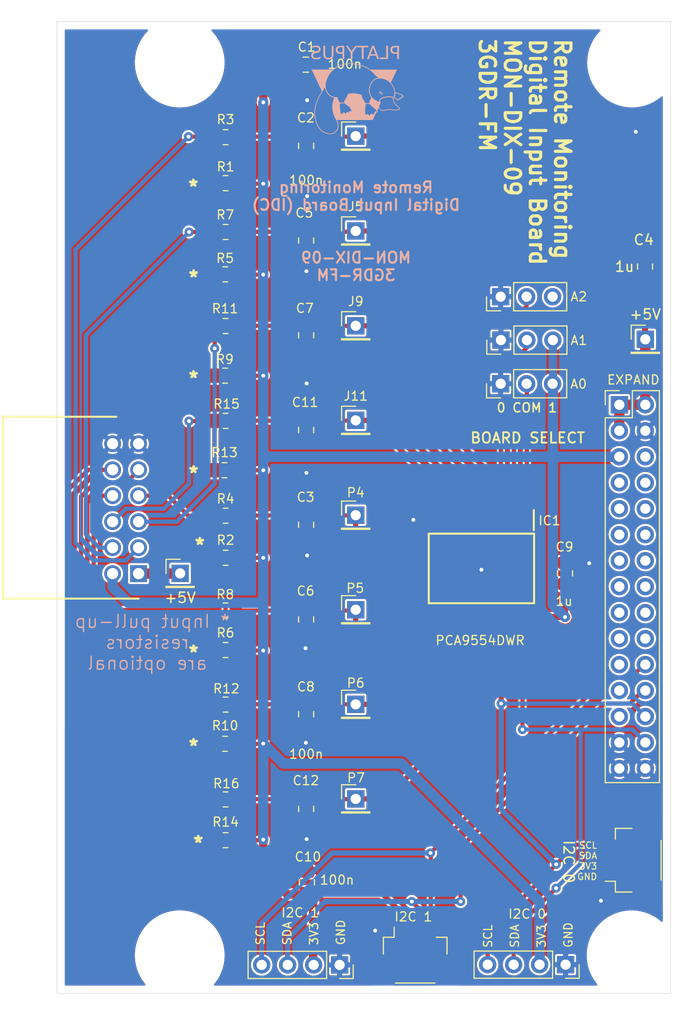
<source format=kicad_pcb>
(kicad_pcb (version 20241229) (generator "pcbnew") (generator_version "9.0")
  (layers (0 "F.Cu" signal) (2 "B.Cu" signal) (13 "F.Paste" user) (15 "B.Paste" user) (5 "F.SilkS" user "F.Silkscreen") (7 "B.SilkS" user "B.Silkscreen") (1 "F.Mask" user) (3 "B.Mask" user) (25 "Edge.Cuts" user))
  (net 0 "")
  (net 1 "GND")
  (net 2 "+3V3")
  (net 3 "/GP2")
  (net 4 "/GP16")
  (net 5 "/AN_CS0")
  (net 6 "/GP1")
  (net 7 "/GP13")
  (net 8 "/GP3")
  (net 9 "/GP0")
  (net 10 "/SDA1")
  (net 11 "/SCL1")
  (net 12 "/AN_CS1")
  (net 13 "/GP11")
  (net 14 "/GP14")
  (net 15 "/GP12")
  (net 16 "/GP10")
  (net 17 "/GP8")
  (net 18 "/GP9")
  (net 19 "/GP17")
  (net 20 "/GP15")
  (net 21 "/A1")
  (net 22 "/P2")
  (net 23 "/P1")
  (net 24 "/P4")
  (net 25 "/P0")
  (net 26 "/P6")
  (net 27 "/A0")
  (net 29 "/P5")
  (net 30 "/P3")
  (net 31 "/P7")
  (net 32 "+5V")
  (net 33 "/IN0+")
  (net 34 "/IN4+")
  (net 35 "/IN1+")
  (net 36 "/IN5+")
  (net 37 "/IN2+")
  (net 38 "/IN6+")
  (net 39 "/IN3+")
  (net 40 "/IN7+")
  (net 41 "/AN_CS3")
  (net 42 "/AN_CS2")
  (net 43 "/SDA0")
  (net 44 "/SCL0")
  (net 45 "/A2")
  (net 46 "Net-(J4-Pin_1)")
  (footprint "Resistor_SMD:R_0805_2012Metric_Pad1.20x1.40mm_HandSolder" (layer "F.Cu") (at 100.584 88.9508 180)
    (property "Reference" "R13")
    (property "Value" "10k")
  )
  (footprint "Capacitor_SMD:C_0805_2012Metric_Pad1.18x1.45mm_HandSolder" (layer "F.Cu") (at 108.5619 122.0611 -90)
    (property "Reference" "C12")
    (property "Value" "100n")
  )
  (footprint "Connector_PinHeader_2.54mm:PinHeader_1x01_P2.54mm_Vertical" (layer "F.Cu") (at 113.411 121.0818)
    (property "Reference" "J12" (hide yes))
    (property "Value" "P7")
  )
  (footprint "Capacitor_SMD:C_0805_2012Metric_Pad1.18x1.45mm_HandSolder" (layer "F.Cu") (at 108.6358 129.2352 90)
    (property "Reference" "C10")
    (property "Value" "100n")
  )
  (footprint "Connector_PinHeader_2.54mm:PinHeader_1x03_P2.54mm_Vertical" (layer "F.Cu") (at 127.5842 80.4926 90)
    (property "Reference" "JP1" (hide yes))
    (property "Value" "A0")
  )
  (footprint "Connector_PinHeader_2.54mm:PinHeader_2x15_P2.54mm_Vertical" (layer "F.Cu") (at 139.192 82.55)
    (property "Reference" "J7" (hide yes))
    (property "Value" "EXPAND")
  )
  (footprint "RP:MountingHole_3.5mm_no_fill" (layer "F.Cu") (at 140.3858 136.3726)
    (property "Reference" "H3" (hide yes))
    (property "Value" "MountingHole" (hide yes))
  )
  (footprint "Resistor_SMD:R_0805_2012Metric_Pad1.20x1.40mm_HandSolder" (layer "F.Cu") (at 100.6348 79.7052 180)
    (property "Reference" "R9")
    (property "Value" "10k")
  )
  (footprint "Resistor_SMD:R_0805_2012Metric_Pad1.20x1.40mm_HandSolder" (layer "F.Cu") (at 100.681695 93.3958 180)
    (property "Reference" "R4")
    (property "Value" "10k" (hide yes))
  )
  (footprint "Resistor_SMD:R_0805_2012Metric_Pad1.20x1.40mm_HandSolder" (layer "F.Cu") (at 100.681695 102.6668 180)
    (property "Reference" "R8")
    (property "Value" "10k" (hide yes))
  )
  (footprint "Connector_PinHeader_2.54mm:PinHeader_1x01_P2.54mm_Vertical" (layer "F.Cu") (at 113.411 65.5574)
    (property "Reference" "J5")
    (property "Value" "P1")
  )
  (footprint "Capacitor_SMD:C_0805_2012Metric_Pad1.18x1.45mm_HandSolder" (layer "F.Cu") (at 141.7066 69.0372 90)
    (property "Reference" "C4")
    (property "Value" "1u")
  )
  (footprint "Connector_PinHeader_2.54mm:PinHeader_1x01_P2.54mm_Vertical" (layer "F.Cu") (at 141.732 76.1492)
    (property "Reference" "J3" (hide yes))
    (property "Value" "+5V")
  )
  (footprint "Capacitor_SMD:C_0805_2012Metric_Pad1.18x1.45mm_HandSolder" (layer "F.Cu") (at 108.5619 85.020642 -90)
    (property "Reference" "C11")
    (property "Value" "100n")
  )
  (footprint "SamacSys_Parts:SHDRRA12W65P254_2X6_1758X1090X1005P" (layer "F.Cu") (at 92.1766 99.06 90)
    (property "Reference" "J8" (hide yes))
    (property "Value" "Non-isolated input" (hide yes))
  )
  (footprint "Connector_PinHeader_2.54mm:PinHeader_1x01_P2.54mm_Vertical" (layer "F.Cu") (at 113.411 56.2864)
    (property "Reference" "J1")
    (property "Value" "P0")
  )
  (footprint "Capacitor_SMD:C_0805_2012Metric_Pad1.18x1.45mm_HandSolder" (layer "F.Cu") (at 133.8834 99.0346 90)
    (property "Reference" "C9")
    (property "Value" "1u")
  )
  (footprint "Connector_PinHeader_2.54mm:PinHeader_1x03_P2.54mm_Vertical" (layer "F.Cu") (at 127.6096 76.2254 90)
    (property "Reference" "JP2" (hide yes))
    (property "Value" "A1")
  )
  (footprint "Capacitor_SMD:C_0805_2012Metric_Pad1.18x1.45mm_HandSolder" (layer "F.Cu") (at 108.5619 66.500414 -90)
    (property "Reference" "C5")
    (property "Value" "100n")
  )
  (footprint "RP:JST_SH_SM04B-SRSS-TB_1x04-1MP_P1.00mm_Horizontal_wide_MP" (layer "F.Cu") (at 119.2276 136.398)
    (property "Reference" "CON2" (hide yes))
    (property "Value" "I2C 1")
  )
  (footprint "Connector_PinHeader_2.54mm:PinHeader_1x01_P2.54mm_Vertical" (layer "F.Cu") (at 113.411 84.074)
    (property "Reference" "J11")
    (property "Value" "P3")
  )
  (footprint "Connector_PinHeader_2.54mm:PinHeader_1x01_P2.54mm_Vertical" (layer "F.Cu") (at 96.2406 99.0346)
    (property "Reference" "J4" (hide yes))
    (property "Value" "+5V")
  )
  (footprint "Connector_PinHeader_2.54mm:PinHeader_1x01_P2.54mm_Vertical" (layer "F.Cu") (at 113.411 74.8284)
    (property "Reference" "J9")
    (property "Value" "P2")
  )
  (footprint "Resistor_SMD:R_0805_2012Metric_Pad1.20x1.40mm_HandSolder" (layer "F.Cu") (at 100.6762 106.5276 180)
    (property "Reference" "R6")
    (property "Value" "10k")
  )
  (footprint "Resistor_SMD:R_0805_2012Metric_Pad1.20x1.40mm_HandSolder" (layer "F.Cu") (at 100.681695 84.1248 180)
    (property "Reference" "R15")
    (property "Value" "10k")
  )
  (footprint "Capacitor_SMD:C_0805_2012Metric_Pad1.18x1.45mm_HandSolder" (layer "F.Cu") (at 108.5619 112.800984 -90)
    (property "Reference" "C8")
    (property "Value" "100n")
  )
  (footprint "Connector_PinSocket_2.54mm:PinSocket_1x04_P2.54mm_Vertical" (layer "F.Cu") (at 133.9342 137.287 -90)
    (property "Reference" "CON3" (hide yes))
    (property "Value" "I2C 0")
  )
  (footprint "Resistor_SMD:R_0805_2012Metric_Pad1.20x1.40mm_HandSolder" (layer "F.Cu") (at 100.681695 111.8616 180)
    (property "Reference" "R12")
    (property "Value" "10k")
  )
  (footprint "Resistor_SMD:R_0805_2012Metric_Pad1.20x1.40mm_HandSolder" (layer "F.Cu") (at 100.681695 56.388 180)
    (property "Reference" "R3")
    (property "Value" "10k" (hide yes))
  )
  (footprint "Resistor_SMD:R_0805_2012Metric_Pad1.20x1.40mm_HandSolder" (layer "F.Cu") (at 100.681695 74.8538 180)
    (property "Reference" "R11")
    (property "Value" "10k")
  )
  (footprint "Connector_PinSocket_2.54mm:PinSocket_1x04_P2.54mm_Vertical" (layer "F.Cu") (at 111.8362 137.3124 -90)
    (property "Reference" "CON1" (hide yes))
    (property "Value" "I2C 1")
  )
  (footprint "RP:MountingHole_3.5mm_no_fill" (layer "F.Cu") (at 140.4366 49.0926)
    (property "Reference" "H2" (hide yes))
    (property "Value" "MountingHole" (hide yes))
  )
  (footprint "Connector_PinHeader_2.54mm:PinHeader_1x01_P2.54mm_Vertical" (layer "F.Cu") (at 113.411 102.5906)
    (property "Reference" "J6" (hide yes))
    (property "Value" "P5")
  )
  (footprint "Connector_PinHeader_2.54mm:PinHeader_1x01_P2.54mm_Vertical" (layer "F.Cu") (at 113.411 111.8362)
    (property "Reference" "J10" (hide yes))
    (property "Value" "P6")
  )
  (footprint "Resistor_SMD:R_0805_2012Metric_Pad1.20x1.40mm_HandSolder" (layer "F.Cu") (at 100.6856 125.1204 180)
    (property "Reference" "R14")
    (property "Value" "10k")
  )
  (footprint "Resistor_SMD:R_0805_2012Metric_Pad1.20x1.40mm_HandSolder" (layer "F.Cu") (at 100.6856 60.8838 180)
    (property "Reference" "R1")
    (property "Value" "10k")
  )
  (footprint "Resistor_SMD:R_0805_2012Metric_Pad1.20x1.40mm_HandSolder" (layer "F.Cu") (at 100.681695 121.1326 180)
    (property "Reference" "R16")
    (property "Value" "10k" (hide yes))
  )
  (footprint "Resistor_SMD:R_0805_2012Metric_Pad1.20x1.40mm_HandSolder" (layer "F.Cu") (at 100.6602 69.7992 180)
    (property "Reference" "R5")
    (property "Value" "10k")
  )
  (footprint "Capacitor_SMD:C_0805_2012Metric_Pad1.18x1.45mm_HandSolder" (layer "F.Cu") (at 108.5619 75.760528 -90)
    (property "Reference" "C7")
    (property "Value" "100n")
  )
  (footprint "Resistor_SMD:R_0805_2012Metric_Pad1.20x1.40mm_HandSolder" (layer "F.Cu") (at 100.6856 97.5106 180)
    (property "Reference" "R2")
    (property "Value" "10k")
  )
  (footprint "Capacitor_SMD:C_0805_2012Metric_Pad1.18x1.45mm_HandSolder" (layer "F.Cu") (at 108.5619 57.2403 -90)
    (property "Reference" "C2")
    (property "Value" "100n")
  )
  (footprint "RP:MountingHole_3.5mm_no_fill" (layer "F.Cu") (at 96.201 49.0926)
    (property "Reference" "H1" (hide yes))
    (property "Value" "MountingHole" (hide yes))
  )
  (footprint "RP:MountingHole_3.5mm_no_fill" (layer "F.Cu") (at 96.201 136.3726)
    (property "Reference" "H4" (hide yes))
    (property "Value" "MountingHole" (hide yes))
  )
  (footprint "Capacitor_SMD:C_0805_2012Metric_Pad1.18x1.45mm_HandSolder" (layer "F.Cu") (at 108.5342 49.3014)
    (property "Reference" "C1")
    (property "Value" "100n")
  )
  (footprint "Resistor_SMD:R_0805_2012Metric_Pad1.20x1.40mm_HandSolder" (layer "F.Cu") (at 100.681695 65.659 180)
    (property "Reference" "R7")
    (property "Value" "10k")
  )
  (footprint "RP:JST_SH_SM04B-SRSS-TB_1x04-1MP_P1.00mm_Horizontal_wide_MP" (layer "F.Cu") (at 140.589 127.0762 90)
    (property "Reference" "CON4" (hide yes))
    (property "Value" "QWIIC" (hide yes))
  )
  (footprint "Connector_PinHeader_2.54mm:PinHeader_1x01_P2.54mm_Vertical" (layer "F.Cu") (at 113.411 93.345)
    (property "Reference" "J2" (hide yes))
    (property "Value" "P4")
  )
  (footprint "Connector_PinHeader_2.54mm:PinHeader_1x03_P2.54mm_Vertical" (layer "F.Cu") (at 127.5842 71.9836 90)
    (property "Reference" "JP3" (hide yes))
    (property "Value" "A2")
  )
  (footprint "Resistor_SMD:R_0805_2012Metric_Pad1.20x1.40mm_HandSolder" (layer "F.Cu") (at 100.6348 115.697 180)
    (property "Reference" "R10")
    (property "Value" "10k")
  )
  (footprint "Capacitor_SMD:C_0805_2012Metric_Pad1.18x1.45mm_HandSolder" (layer "F.Cu") (at 108.5619 94.280756 -90)
    (property "Reference" "C3")
    (property "Value" "100n")
  )
  (footprint "SamacSys_Parts:SOIC127P1030X265-16N" (layer "F.Cu") (at 125.7046 98.552 -90)
    (property "Reference" "IC1")
    (property "Value" "PCA9554DWR")
  )
  (footprint "Capacitor_SMD:C_0805_2012Metric_Pad1.18x1.45mm_HandSolder" (layer "F.Cu") (at 108.5619 103.54087 -90)
    (property "Reference" "C6")
    (property "Value" "100n")
  )
  (gr_poly (pts (xy 112.900669 49.198377) (xy 113.026574 49.204676) (xy 113.158313 49.216119) (xy 113.294919 49.232854) (xy 113.435425 49.255033) (xy 113.578862 49.282806) (xy 113.724264 49.316321) (xy 113.870662 49.355731) (xy 114.01709 49.401184) (xy 114.16258 49.452831) (xy 114.306164 49.510822) (xy 114.446875 49.575306) (xy 114.583745 49.646435) (xy 114.639905 49.678708) (xy 114.693112 49.711305) (xy 114.743551 49.744184) (xy 114.791407 49.777305) (xy 114.880109 49.844104) (xy 114.960693 49.911368) (xy 115.034637 49.978763) (xy 115.103417 50.045957) (xy 115.231394 50.178409) (xy 115.293545 50.243001) (xy 115.35644 50.306058) (xy 115.421555 50.367249) (xy 115.490368 50.42624) (xy 115.564356 50.482698) (xy 115.603752 50.509873) (xy 115.644995 50.53629) (xy 115.68827 50.561906) (xy 115.733762 50.586682) (xy 115.781656 50.610574) (xy 115.832135 50.633542) (xy 115.776614 50.626401) (xy 115.722628 50.622691) (xy 115.670174 50.622266) (xy 115.619249 50.624985) (xy 115.569848 50.630704) (xy 115.521968 50.639279) (xy 115.475605 50.650568) (xy 115.430755 50.664427) (xy 115.387416 50.680713) (xy 115.345583 50.699283) (xy 115.305252 50.719993) (xy 115.26642 50.742701) (xy 115.229083 50.767263) (xy 115.193238 50.793535) (xy 115.15888 50.821376) (xy 115.126007 50.850641) (xy 115.064699 50.912871) (xy 115.009283 50.97908) (xy 114.959731 51.048123) (xy 114.916014 51.118853) (xy 114.878101 51.190125) (xy 114.845963 51.260793) (xy 114.819572 51.329711) (xy 114.798898 51.395733) (xy 114.780554 51.465304) (xy 114.76508 51.535281) (xy 114.752706 51.605603) (xy 114.743663 51.676206) (xy 114.738182 51.747029) (xy 114.736495 51.81801) (xy 114.738831 51.889085) (xy 114.745422 51.960194) (xy 114.756499 52.031273) (xy 114.772292 52.102261) (xy 114.793032 52.173095) (xy 114.818951 52.243712) (xy 114.85028 52.314052) (xy 114.887248 52.384051) (xy 114.930087 52.453647) (xy 114.979028 52.522778) (xy 114.96136 52.562317) (xy 114.94323 52.59884) (xy 114.924881 52.632903) (xy 114.906553 52.665063) (xy 114.870932 52.725898) (xy 114.854122 52.755686) (xy 114.838301 52.785796) (xy 114.823712 52.816785) (xy 114.810596 52.849209) (xy 114.804666 52.866132) (xy 114.799195 52.883624) (xy 114.794213 52.901752) (xy 114.789751 52.920587) (xy 114.785839 52.940197) (xy 114.782506 52.960654) (xy 114.779784 52.982025) (xy 114.777702 53.004382) (xy 114.77629 53.027792) (xy 114.77558 53.052327) (xy 114.7756 53.078055) (xy 114.776382 53.105045) (xy 114.715645 53.110964) (xy 114.661065 53.115358) (xy 114.609886 53.117878) (xy 114.58471 53.118325) (xy 114.559351 53.118171) (xy 114.533465 53.117372) (xy 114.506706 53.115885) (xy 114.478731 53.113666) (xy 114.449194 53.11067) (xy 114.417752 53.106854) (xy 114.38406 53.102174) (xy 114.308547 53.090046) (xy 114.299008 53.062772) (xy 114.288728 53.036204) (xy 114.266212 52.98496) (xy 114.241526 52.93587) (xy 114.215199 52.888485) (xy 114.187757 52.84236) (xy 114.159729 52.797047) (xy 114.104026 52.707074) (xy 114.077405 52.66152) (xy 114.052309 52.614993) (xy 114.029266 52.567045) (xy 114.008802 52.51723) (xy 113.999703 52.491483) (xy 113.991446 52.465102) (xy 113.984098 52.438031) (xy 113.977726 52.410214) (xy 113.972393 52.381595) (xy 113.968168 52.352119) (xy 113.965116 52.32173) (xy 113.963302 52.290371) (xy 113.920688 52.271594) (xy 113.8669 52.252148) (xy 113.803254 52.232533) (xy 113.731065 52.213251) (xy 113.65165 52.194805) (xy 113.566323 52.177694) (xy 113.476401 52.162421) (xy 113.383199 52.149488) (xy 113.288033 52.139395) (xy 113.192218 52.132644) (xy 113.09707 52.129737) (xy 113.003905 52.131176) (xy 112.914038 52.137461) (xy 112.828784 52.149094) (xy 112.74946 52.166577) (xy 112.712433 52.177669) (xy 112.677382 52.190411) (xy 112.677384 52.190418) (xy 112.654813 52.262547) (xy 112.628868 52.330983) (xy 112.600276 52.395896) (xy 112.569768 52.45746) (xy 112.538073 52.515847) (xy 112.50592 52.571228) (xy 112.443155 52.673662) (xy 112.38731 52.766139) (xy 112.363805 52.809074) (xy 112.344218 52.850036) (xy 112.329277 52.889196) (xy 112.323777 52.908155) (xy 112.319713 52.926728) (xy 112.317174 52.944937) (xy 112.316254 52.962803) (xy 112.317041 52.980348) (xy 112.319629 52.997593) (xy 112.217682 53.025551) (xy 112.163952 53.039061) (xy 112.135732 53.045186) (xy 112.106353 53.050696) (xy 112.075625 53.055445) (xy 112.043358 53.059286) (xy 112.009362 53.062072) (xy 111.973445 53.063658) (xy 111.935418 53.063896) (xy 111.895089 53.062641) (xy 111.852268 53.059746) (xy 111.806764 53.055065) (xy 111.80548 53.043069) (xy 111.803087 53.030522) (xy 111.799662 53.017443) (xy 111.795283 53.003851) (xy 111.783975 52.975211) (xy 111.769787 52.944759) (xy 111.753341 52.912653) (xy 111.73526 52.879049) (xy 111.696687 52.807979) (xy 111.677441 52.770827) (xy 111.659052 52.732808) (xy 111.642144 52.694079) (xy 111.627339 52.654797) (xy 111.620921 52.634998) (xy 111.615261 52.615119) (xy 111.610439 52.595182) (xy 111.606533 52.575204) (xy 111.603619 52.555206) (xy 111.601777 52.535208) (xy 111.601083 52.515229) (xy 111.601616 52.495289) (xy 111.564239 52.499909) (xy 111.528816 52.503435) (xy 111.495012 52.505826) (xy 111.462494 52.507043) (xy 111.43093 52.507044) (xy 111.399984 52.505789) (xy 111.369324 52.503239) (xy 111.338617 52.499352) (xy 111.307528 52.49409) (xy 111.275725 52.48741) (xy 111.242874 52.479273) (xy 111.208641 52.469639) (xy 111.172693 52.458468) (xy 111.134697 52.445719) (xy 111.094318 52.431351) (xy 111.051224 52.415325) (xy 111.020901 52.402263) (xy 110.99006 52.386558) (xy 110.958828 52.368288) (xy 110.927332 52.347536) (xy 110.895698 52.32438) (xy 110.864054 52.298902) (xy 110.832526 52.27118) (xy 110.801241 52.241295) (xy 110.770327 52.209327) (xy 110.739909 52.175356) (xy 110.710116 52.139463) (xy 110.681073 52.101727) (xy 110.652908 52.062228) (xy 110.625747 52.021047) (xy 110.599718 51.978263) (xy 110.574947 51.933957) (xy 110.551562 51.888209) (xy 110.529689 51.841098) (xy 110.509454 51.792706) (xy 110.490986 51.743111) (xy 110.474411 51.692394) (xy 110.459855 51.640636) (xy 110.447446 51.587915) (xy 110.43731 51.534313) (xy 110.429575 51.479909) (xy 110.424367 51.424784) (xy 110.421813 51.369017) (xy 110.422041 51.312689) (xy 110.425176 51.255879) (xy 110.431346 51.198668) (xy 110.440678 51.141136) (xy 110.453299 51.083363) (xy 110.489578 50.948956) (xy 110.533385 50.810874) (xy 110.58568 50.67042) (xy 110.647422 50.528897) (xy 110.719572 50.387608) (xy 110.803089 50.247857) (xy 110.898935 50.110947) (xy 110.951781 50.043964) (xy 111.008069 49.97818) (xy 111.06792 49.913758) (xy 111.131452 49.850861) (xy 111.198787 49.789651) (xy 111.270043 49.730292) (xy 111.345342 49.672946) (xy 111.424803 49.617776) (xy 111.508547 49.564945) (xy 111.596692 49.514616) (xy 111.68936 49.466953) (xy 111.78667 49.422117) (xy 111.888743 49.380272) (xy 111.995697 49.34158) (xy 112.107655 49.306205) (xy 112.224734 49.274309) (xy 112.347056 49.246056) (xy 112.47474 49.221608) (xy 112.567633 49.208836) (xy 112.670231 49.200607) (xy 112.781565 49.19707)) (stroke (width 0.066145) (color 0 255 0 1)) (fill no) (layer "B.SilkS"))
  (gr_poly (pts (xy 112.322968 53.013987) (xy 112.332028 53.027582) (xy 112.352171 53.053933) (xy 112.374807 53.079289) (xy 112.399686 53.103795) (xy 112.426558 53.127599) (xy 112.455175 53.150846) (xy 112.485287 53.173683) (xy 112.516645 53.196257) (xy 112.649552 53.286844) (xy 112.717003 53.334364) (xy 112.750106 53.359193) (xy 112.78246 53.38493) (xy 112.79799 53.398379) (xy 112.813142 53.412896) (xy 112.827908 53.428394) (xy 112.842278 53.444783) (xy 112.869786 53.479885) (xy 112.895586 53.517493) (xy 112.919598 53.556903) (xy 112.941741 53.597408) (xy 112.961934 53.638301) (xy 112.980097 53.678875) (xy 112.99615 53.718424) (xy 113.010011 53.756242) (xy 113.0216 53.791622) (xy 113.030836 53.823857) (xy 113.03764 53.852241) (xy 113.04193 53.876068) (xy 113.043625 53.894631) (xy 113.043475 53.901717) (xy 113.042646 53.907223) (xy 113.040473 53.911491) (xy 113.037725 53.914958) (xy 113.034427 53.917668) (xy 113.030606 53.919669) (xy 113.026286 53.921007) (xy 113.021493 53.921729) (xy 113.016253 53.921882) (xy 113.010591 53.921513) (xy 112.998107 53.919393) (xy 112.984244 53.915742) (xy 112.969209 53.910935) (xy 112.953207 53.905345) (xy 112.91912 53.893308) (xy 112.901446 53.887608) (xy 112.883626 53.882618) (xy 112.865864 53.878712) (xy 112.848367 53.876264) (xy 112.839781 53.875703) (xy 112.831338 53.875646) (xy 112.823064 53.87614) (xy 112.814984 53.877232) (xy 112.807363 53.879309) (xy 112.80043 53.882227) (xy 112.794152 53.88593) (xy 112.7885 53.890366) (xy 112.783441 53.895481) (xy 112.778944 53.901222) (xy 112.774979 53.907534) (xy 112.771514 53.914365) (xy 112.768518 53.921661) (xy 112.76596 53.929369) (xy 112.763809 53.937434) (xy 112.762034 53.945803) (xy 112.759485 53.96324) (xy 112.758065 53.981253) (xy 112.757524 53.999411) (xy 112.757614 54.017288) (xy 112.758689 54.050483) (xy 112.759296 54.077411) (xy 112.758801 54.087455) (xy 112.757441 54.094646) (xy 112.754964 54.096296) (xy 112.752228 54.097064) (xy 112.749238 54.097006) (xy 112.745997 54.096179) (xy 112.742511 54.094638) (xy 112.738784 54.092439) (xy 112.730625 54.086291) (xy 112.721557 54.07818) (xy 112.711617 54.068554) (xy 112.689267 54.046542) (xy 112.676931 54.035049) (xy 112.663869 54.023827) (xy 112.650118 54.013323) (xy 112.642995 54.008479) (xy 112.635714 54.003982) (xy 112.628279 53.999888) (xy 112.620695 53.996253) (xy 112.612966 53.993131) (xy 112.605097 53.99058) (xy 112.597092 53.988655) (xy 112.588957 53.987412) (xy 112.580695 53.986906) (xy 112.572311 53.987194) (xy 112.563886 53.988569) (xy 112.555954 53.990783) (xy 112.548494 53.993781) (xy 112.541488 53.997509) (xy 112.534913 54.001912) (xy 112.528751 54.006936) (xy 112.522981 54.012526) (xy 112.517584 54.018628) (xy 112.512538 54.025188) (xy 112.507823 54.032151) (xy 112.50342 54.039463) (xy 112.499309 54.047069) (xy 112.491879 54.062945) (xy 112.485373 54.079345) (xy 112.479629 54.095832) (xy 112.474487 54.111972) (xy 112.465359 54.141467) (xy 112.461052 54.153951) (xy 112.456701 54.164345) (xy 112.454458 54.168622) (xy 112.452144 54.172213) (xy 112.449738 54.175064) (xy 112.447221 54.17712) (xy 112.443607 54.178938) (xy 112.439799 54.179303) (xy 112.435793 54.178316) (xy 112.431585 54.176076) (xy 112.427172 54.172682) (xy 112.42255 54.168236) (xy 112.412665 54.156581) (xy 112.364036 54.087781) (xy 112.349461 54.069025) (xy 112.333859 54.051243) (xy 112.325664 54.042966) (xy 112.317201 54.035232) (xy 112.308468 54.028141) (xy 112.299459 54.021791) (xy 112.290172 54.016284) (xy 112.280603 54.011718) (xy 112.270748 54.008194) (xy 112.260603 54.005811) (xy 112.250166 54.004669) (xy 112.239431 54.004867) (xy 112.228396 54.006506) (xy 112.217057 54.009685) (xy 112.206088 54.014068) (xy 112.195684 54.019208) (xy 112.185822 54.025045) (xy 112.176481 54.031517) (xy 112.167638 54.038562) (xy 112.159272 54.046117) (xy 112.15136 54.054123) (xy 112.14388 54.062515) (xy 112.136811 54.071234) (xy 112.13013 54.080217) (xy 112.117846 54.098727) (xy 112.106851 54.117552) (xy 112.096971 54.136198) (xy 112.07985 54.170975) (xy 112.072256 54.186117) (xy 112.065074 54.199103) (xy 112.061581 54.204633) (xy 112.058125 54.209439) (xy 112.054684 54.213458) (xy 112.051236 54.21663) (xy 112.047758 54.218891) (xy 112.044229 54.220182) (xy 112.040627 54.220439) (xy 112.036929 54.219601) (xy 112.016756 54.208805) (xy 111.997952 54.193916) (xy 111.980462 54.175175) (xy 111.964233 54.152824) (xy 111.949212 54.127103) (xy 111.935345 54.098254) (xy 111.910859 54.032134) (xy 111.890346 53.956395) (xy 111.873376 53.872965) (xy 111.859522 53.783773) (xy 111.848354 53.690748) (xy 111.832362 53.500918) (xy 111.821969 53.318906) (xy 111.813746 53.160147) (xy 111.804262 53.040073) (xy 111.841545 53.042534) (xy 111.878317 53.0443) (xy 111.914532 53.045377) (xy 111.950146 53.045773) (xy 111.985114 53.045496) (xy 112.019394 53.044553) (xy 112.052941 53.042951) (xy 112.085711 53.040697) (xy 112.117661 53.037799) (xy 112.148745 53.034264) (xy 112.17892 53.0301) (xy 112.208143 53.025313) (xy 112.236369 53.019911) (xy 112.263554 53.013901) (xy 112.289654 53.007291) (xy 112.314625 53.000088)) (stroke (width 0.066145) (color 0 255 0 1)) (fill no) (layer "B.SilkS"))
  (gr_poly (pts (xy 111.804262 53.040073) (xy 111.80426 53.040073) (xy 111.804262 53.040073)) (stroke (width 0.066145) (color 0 255 0 1)) (fill no) (layer "B.SilkS"))
  (gr_poly (pts (xy 113.199208 52.130594) (xy 113.295016 52.137347) (xy 113.390174 52.147443) (xy 113.483369 52.160379) (xy 113.573284 52.175655) (xy 113.658603 52.192768) (xy 113.738012 52.211217) (xy 113.810196 52.230501) (xy 113.873838 52.250117) (xy 113.927623 52.269565) (xy 113.970236 52.288342) (xy 113.97205 52.319701) (xy 113.975103 52.35009) (xy 113.97933 52.379565) (xy 113.984663 52.408182) (xy 113.991038 52.435997) (xy 113.998388 52.463066) (xy 114.006647 52.489444) (xy 114.015749 52.515187) (xy 114.036219 52.564994) (xy 114.059269 52.612933) (xy 114.084372 52.659451) (xy 114.111 52.704994) (xy 114.166719 52.794947) (xy 114.194753 52.84025) (xy 114.2222 52.886367) (xy 114.248532 52.933744) (xy 114.273221 52.982829) (xy 114.295739 53.034069) (xy 114.306019 53.060636) (xy 114.315558 53.08791) (xy 114.316364 53.088074) (xy 114.317106 53.088204) (xy 114.317803 53.088311) (xy 114.318478 53.088407) (xy 114.319152 53.088502) (xy 114.319845 53.08861) (xy 114.32058 53.088742) (xy 114.321376 53.088909) (xy 114.328644 53.133442) (xy 114.3336 53.179117) (xy 114.33649 53.225673) (xy 114.337559 53.272851) (xy 114.337055 53.32039) (xy 114.335222 53.36803) (xy 114.328557 53.462573) (xy 114.310119 53.641422) (xy 114.302283 53.721564) (xy 114.299572 53.758404) (xy 114.297994 53.792744) (xy 114.298041 53.826847) (xy 114.299072 53.863156) (xy 114.301013 53.901062) (xy 114.303792 53.939957) (xy 114.307334 53.979234) (xy 114.311565 54.018284) (xy 114.316413 54.056499) (xy 114.321803 54.093273) (xy 114.327663 54.127997) (xy 114.333918 54.160063) (xy 114.340495 54.188863) (xy 114.34732 54.21379) (xy 114.35432 54.234236) (xy 114.361421 54.249593) (xy 114.364986 54.255173) (xy 114.36855 54.259253) (xy 114.372101 54.261756) (xy 114.375632 54.262608) (xy 114.380033 54.263414) (xy 114.384333 54.263522) (xy 114.388549 54.262979) (xy 114.392698 54.261834) (xy 114.396798 54.260134) (xy 114.400865 54.257928) (xy 114.404915 54.255263) (xy 114.408967 54.252188) (xy 114.417143 54.245) (xy 114.425526 54.236746) (xy 114.44346 54.218581) (xy 114.453283 54.209438) (xy 114.458468 54.20502) (xy 114.463857 54.200768) (xy 114.469469 54.19673) (xy 114.475319 54.192954) (xy 114.481425 54.189488) (xy 114.487803 54.18638) (xy 114.494472 54.183679) (xy 114.501447 54.181432) (xy 114.508745 54.179687) (xy 114.516385 54.178493) (xy 114.524382 54.177897) (xy 114.532753 54.177947) (xy 114.541516 54.178692) (xy 114.550688 54.18018) (xy 114.560181 54.18232) (xy 114.569437 54.184969) (xy 114.578464 54.188095) (xy 114.587274 54.191666) (xy 114.595877 54.195648) (xy 114.604284 54.20001) (xy 114.612505 54.204718) (xy 114.62055 54.209741) (xy 114.628431 54.215046) (xy 114.636158 54.2206) (xy 114.65119 54.232326) (xy 114.665731 54.24466) (xy 114.679866 54.257341) (xy 114.707252 54.282708) (xy 114.720671 54.294873) (xy 114.73402 54.306346) (xy 114.747384 54.316868) (xy 114.754097 54.32169) (xy 114.760845 54.326178) (xy 114.767639 54.330297) (xy 114.774489 54.334016) (xy 114.781406 54.337302) (xy 114.7884 54.340122) (xy 114.794661 54.338952) (xy 114.800342 54.336886) (xy 114.805494 54.333979) (xy 114.810169 54.330287) (xy 114.814417 54.325866) (xy 114.818288 54.320772) (xy 114.821834 54.315061) (xy 114.825106 54.308789) (xy 114.831029 54.294783) (xy 114.836465 54.279203) (xy 114.847501 54.245106) (xy 114.853915 54.227482) (xy 114.861469 54.210071) (xy 114.8658 54.201585) (xy 114.870569 54.19332) (xy 114.875827 54.185331) (xy 114.881623 54.177675) (xy 114.88801 54.170407) (xy 114.895037 54.163583) (xy 114.902756 54.157259) (xy 114.911218 54.151492) (xy 114.920474 54.146336) (xy 114.930573 54.141848) (xy 114.941568 54.138083) (xy 114.953509 54.135097) (xy 114.960165 54.134298) (xy 114.96744 54.134211) (xy 114.975291 54.134785) (xy 114.983678 54.135971) (xy 115.001896 54.139979) (xy 115.021763 54.145835) (xy 115.042949 54.153142) (xy 115.065124 54.161499) (xy 115.111124 54.179769) (xy 115.157123 54.197452) (xy 115.179298 54.205076) (xy 115.200483 54.211357) (xy 115.220349 54.215895) (xy 115.229684 54.217385) (xy 115.238565 54.218291) (xy 115.246952 54.218561) (xy 115.254803 54.218146) (xy 115.262077 54.216996) (xy 115.268732 54.215061) (xy 115.272085 54.213315) (xy 115.27468 54.210903) (xy 115.27658 54.207846) (xy 115.277848 54.204165) (xy 115.278548 54.199883) (xy 115.278743 54.19502) (xy 115.27787 54.183638) (xy 115.266821 54.119191) (xy 115.2647 54.099209) (xy 115.263847 54.078021) (xy 115.264768 54.055802) (xy 115.266052 54.044358) (xy 115.267969 54.032721) (xy 115.270583 54.020912) (xy 115.273956 54.008952) (xy 115.278153 53.996863) (xy 115.283236 53.984666) (xy 115.289268 53.972383) (xy 115.296313 53.960035) (xy 115.304435 53.947643) (xy 115.313695 53.93523) (xy 115.317083 53.931273) (xy 115.320536 53.927532) (xy 115.324051 53.924002) (xy 115.327625 53.920676) (xy 115.331254 53.91755) (xy 115.334936 53.914616) (xy 115.342446 53.909305) (xy 115.35013 53.904696) (xy 115.357964 53.900742) (xy 115.365922 53.897397) (xy 115.373982 53.894612) (xy 115.382117 53.892342) (xy 115.390304 53.890539) (xy 115.398518 53.889157) (xy 115.406735 53.888149) (xy 115.41493 53.887467) (xy 115.423079 53.887065) (xy 115.431158 53.886896) (xy 115.439141 53.886913) (xy 115.342632 54.087154) (xy 115.051822 54.684277) (xy 111.520952 54.685413) (xy 111.417771 54.489684) (xy 111.365898 54.383) (xy 111.340521 54.325889) (xy 111.315757 54.265668) (xy 111.291786 54.201891) (xy 111.268788 54.134111) (xy 111.246943 54.06188) (xy 111.226431 53.984753) (xy 111.207431 53.902281) (xy 111.190125 53.814017) (xy 111.174691 53.719515) (xy 111.16131 53.618328) (xy 111.156117 53.566) (xy 111.152762 53.513764) (xy 111.151135 53.461723) (xy 111.151125 53.409979) (xy 111.152623 53.358636) (xy 111.155519 53.307796) (xy 111.159704 53.257563) (xy 111.165069 53.208039) (xy 111.178896 53.111531) (xy 111.196124 53.019096) (xy 111.215875 52.931556) (xy 111.237271 52.849735) (xy 111.259436 52.774457) (xy 111.281493 52.706544) (xy 111.302562 52.646821) (xy 111.321769 52.59611) (xy 111.351081 52.525019) (xy 111.362412 52.499859) (xy 111.391952 52.503379) (xy 111.42067 52.505495) (xy 111.449154 52.506289) (xy 111.477992 52.50584) (xy 111.50777 52.50423) (xy 111.539077 52.501539) (xy 111.572499 52.497848) (xy 111.608625 52.493236) (xy 111.608085 52.512677) (xy 111.608706 52.532151) (xy 111.610416 52.551642) (xy 111.613144 52.571129) (xy 111.616817 52.590597) (xy 111.621364 52.610026) (xy 111.626713 52.629399) (xy 111.632793 52.648698) (xy 111.646858 52.687001) (xy 111.662984 52.724791) (xy 111.680598 52.761924) (xy 111.699127 52.798257) (xy 111.770918 52.932699) (xy 111.785416 52.962868) (xy 111.797387 52.991373) (xy 111.806258 53.018069) (xy 111.809351 53.030694) (xy 111.811454 53.042812) (xy 111.820808 53.163788) (xy 111.829022 53.322556) (xy 111.839481 53.503916) (xy 111.855569 53.692667) (xy 111.86678 53.785063) (xy 111.880667 53.873606) (xy 111.897653 53.956396) (xy 111.91816 54.031532) (xy 111.929867 54.065637) (xy 111.942613 54.097115) (xy 111.95645 54.12573) (xy 111.971432 54.151244) (xy 111.987612 54.17342) (xy 112.005043 54.19202) (xy 112.023776 54.206806) (xy 112.043866 54.217541) (xy 112.047564 54.218379) (xy 112.051167 54.218122) (xy 112.054697 54.216831) (xy 112.058176 54.214569) (xy 112.061627 54.211397) (xy 112.06507 54.207377) (xy 112.072025 54.19704) (xy 112.079214 54.184052) (xy 112.086816 54.168907) (xy 112.103955 54.134127) (xy 112.113844 54.115479) (xy 112.124846 54.096651) (xy 112.137138 54.078139) (xy 112.143823 54.069156) (xy 112.150895 54.060436) (xy 112.158378 54.052043) (xy 112.166293 54.044037) (xy 112.174662 54.03648) (xy 112.183507 54.029435) (xy 112.19285 54.022963) (xy 112.202713 54.017126) (xy 112.213118 54.011985) (xy 112.224086 54.007603) (xy 112.235425 54.004423) (xy 112.24646 54.002784) (xy 112.257193 54.002586) (xy 112.26763 54.003728) (xy 112.277773 54.006111) (xy 112.287626 54.009635) (xy 112.297193 54.014201) (xy 112.306477 54.019708) (xy 112.315483 54.026058) (xy 112.324214 54.033149) (xy 112.332673 54.040883) (xy 112.340865 54.04916) (xy 112.35646 54.066942) (xy 112.371029 54.085698) (xy 112.419633 54.154499) (xy 112.429513 54.166153) (xy 112.434133 54.1706) (xy 112.438545 54.173993) (xy 112.442751 54.176233) (xy 112.446756 54.17722) (xy 112.450564 54.176855) (xy 112.454178 54.175037) (xy 112.456695 54.172982) (xy 112.4591 54.170132) (xy 112.461414 54.166541) (xy 112.463656 54.162265) (xy 112.468005 54.151873) (xy 112.47231 54.139391) (xy 112.481433 54.1099) (xy 112.486573 54.093762) (xy 112.492313 54.077276) (xy 112.498816 54.060878) (xy 112.506243 54.045003) (xy 112.510353 54.037398) (xy 112.514755 54.030088) (xy 112.519468 54.023125) (xy 112.524513 54.016566) (xy 112.529909 54.010464) (xy 112.535678 54.004874) (xy 112.541839 53.999851) (xy 112.548412 53.995448) (xy 112.555418 53.991721) (xy 112.562877 53.988723) (xy 112.570809 53.986509) (xy 112.579233 53.985134) (xy 112.587617 53.984846) (xy 112.595879 53.985352) (xy 112.604015 53.986596) (xy 112.612019 53.988522) (xy 112.619888 53.991074) (xy 112.627617 53.994196) (xy 112.635202 53.997833) (xy 112.642636 54.001928) (xy 112.649917 54.006426) (xy 112.65704 54.011271) (xy 112.663999 54.016408) (xy 112.670791 54.021779) (xy 112.683854 54.033004) (xy 112.69619 54.0445) (xy 112.71854 54.066519) (xy 112.72848 54.076147) (xy 112.737548 54.08426) (xy 112.741743 54.087608) (xy 112.745707 54.09041) (xy 112.749434 54.092609) (xy 112.75292 54.094151) (xy 112.75616 54.094978) (xy 112.759151 54.095035) (xy 112.761886 54.094267) (xy 112.764363 54.092617) (xy 112.765167 54.089404) (xy 112.765724 54.085425) (xy 112.766222 54.075381) (xy 112.765624 54.048452) (xy 112.764562 54.015256) (xy 112.764479 53.997378) (xy 112.765026 53.979218) (xy 112.766453 53.961205) (xy 112.769009 53.943767) (xy 112.770787 53.935397) (xy 112.772942 53.927331) (xy 112.775502 53.919623) (xy 112.778501 53.912326) (xy 112.781968 53.905495) (xy 112.785936 53.899181) (xy 112.790434 53.89344) (xy 112.795495 53.888324) (xy 112.801149 53.883888) (xy 112.807427 53.880183) (xy 112.814361 53.877265) (xy 112.821982 53.875187) (xy 112.830062 53.874096) (xy 112.838336 53.873602) (xy 112.846778 53.873659) (xy 112.855363 53.874221) (xy 112.864066 53.875239) (xy 112.87286 53.876669) (xy 112.88172 53.878463) (xy 112.89062 53.880574) (xy 112.908438 53.885563) (xy 112.92611 53.891262) (xy 112.960193 53.903295) (xy 112.976193 53.908884) (xy 112.991226 53.913689) (xy 113.005086 53.917338) (xy 113.011513 53.918612) (xy 113.017569 53.919456) (xy 113.02323 53.919825) (xy 113.028469 53.919671) (xy 113.033261 53.918948) (xy 113.037581 53.91761) (xy 113.041402 53.915608) (xy 113.044699 53.912898) (xy 113.047447 53.909432) (xy 113.049619 53.905163) (xy 113.050598 53.89257) (xy 113.048903 53.874007) (xy 113.044613 53.850179) (xy 113.037809 53.821793) (xy 113.028572 53.789556) (xy 113.016982 53.754174) (xy 113.003121 53.716354) (xy 112.987068 53.676803) (xy 112.968904 53.636226) (xy 112.94871 53.595331) (xy 112.926566 53.554823) (xy 112.902554 53.515411) (xy 112.876753 53.4778) (xy 112.849244 53.442696) (xy 112.820109 53.410807) (xy 112.804956 53.396289) (xy 112.789426 53.382839) (xy 112.757073 53.357103) (xy 112.723972 53.332274) (xy 112.690373 53.308206) (xy 112.656526 53.284753) (xy 112.52363 53.194158) (xy 112.492275 53.171583) (xy 112.462166 53.148744) (xy 112.433552 53.125495) (xy 112.406682 53.10169) (xy 112.381805 53.077183) (xy 112.35917 53.051826) (xy 112.348771 53.038784) (xy 112.339026 53.025475) (xy 112.329967 53.01188) (xy 112.321623 52.997982) (xy 112.318177 52.998967) (xy 112.314586 52.999875) (xy 112.310892 53.000729) (xy 112.307135 53.001552) (xy 112.299598 53.003187) (xy 112.2959 53.004043) (xy 112.292303 53.004955) (xy 112.309472 53.000181) (xy 112.318092 52.997812) (xy 112.326667 52.995533) (xy 112.324079 52.978288) (xy 112.323291 52.960744) (xy 112.324211 52.942878) (xy 112.326749 52.92467) (xy 112.330812 52.906097) (xy 112.336311 52.887138) (xy 112.35125 52.847978) (xy 112.370835 52.807016) (xy 112.394338 52.76408) (xy 112.450178 52.671601) (xy 112.512938 52.569165) (xy 112.54509 52.513783) (xy 112.576784 52.455395) (xy 112.607291 52.39383) (xy 112.635881 52.328916) (xy 112.661826 52.26048) (xy 112.684397 52.188351) (xy 112.719448 52.175609) (xy 112.756475 52.164517) (xy 112.835796 52.147035) (xy 112.921045 52.135403) (xy 113.010907 52.12912) (xy 113.104067 52.127684)) (stroke (width 0.053477) (color 155 102 87 1)) (fill yes) (layer "B.SilkS"))
  (gr_poly (pts (xy 111.172704 49.799496) (xy 111.172696 49.799496) (xy 111.172704 49.799489)) (stroke (width 0.053477) (color 155 102 87 1)) (fill yes) (layer "B.SilkS"))
  (gr_poly (pts (xy 115.815248 50.621245) (xy 115.874346 50.624417) (xy 115.933699 50.630151) (xy 115.993181 50.638445) (xy 116.052664 50.649296) (xy 116.112022 50.6627) (xy 116.17113 50.678654) (xy 116.22986 50.697155) (xy 116.288086 50.718199) (xy 116.345682 50.741784) (xy 116.40252 50.767906) (xy 116.458476 50.796563) (xy 116.513422 50.82775) (xy 116.567232 50.861464) (xy 116.61978 50.897704) (xy 116.670939 50.936464) (xy 116.720582 50.977743) (xy 116.768583 51.021536) (xy 116.814817 51.067841) (xy 116.859155 51.116654) (xy 116.901473 51.167973) (xy 116.941643 51.221793) (xy 116.979538 51.278113) (xy 117.015034 51.336928) (xy 117.048003 51.398236) (xy 117.082343 51.467108) (xy 117.113861 51.534422) (xy 117.142257 51.600666) (xy 117.167229 51.666332) (xy 117.188479 51.731909) (xy 117.205704 51.79789) (xy 117.218606 51.864763) (xy 117.226882 51.933021) (xy 117.230233 52.003152) (xy 117.228357 52.075649) (xy 117.220956 52.151) (xy 117.207727 52.229698) (xy 117.188372 52.312232) (xy 117.162588 52.399092) (xy 117.130076 52.490771) (xy 117.090535 52.587757) (xy 117.084799 52.573652) (xy 117.078395 52.560374) (xy 117.071341 52.547899) (xy 117.06366 52.536205) (xy 117.05537 52.525269) (xy 117.046492 52.515067) (xy 117.037045 52.505578) (xy 117.027051 52.496777) (xy 117.01653 52.488643) (xy 117.0055 52.481152) (xy 116.993984 52.474282) (xy 116.982 52.468009) (xy 116.956711 52.457164) (xy 116.929794 52.448436) (xy 116.901412 52.44164) (xy 116.871726 52.436595) (xy 116.840895 52.433116) (xy 116.809083 52.431021) (xy 116.77645 52.430127) (xy 116.743157 52.43025) (xy 116.675238 52.43282) (xy 116.579197 52.440045) (xy 116.488928 52.448683) (xy 116.404281 52.458859) (xy 116.325105 52.470696) (xy 116.25125 52.48432) (xy 116.182567 52.499855) (xy 116.150117 52.508378) (xy 116.118904 52.517425) (xy 116.088908 52.527012) (xy 116.060111 52.537155) (xy 116.032494 52.547869) (xy 116.006039 52.559169) (xy 115.980726 52.571072) (xy 115.956536 52.583592) (xy 115.933452 52.596745) (xy 115.911454 52.610547) (xy 115.890523 52.625014) (xy 115.87064 52.640161) (xy 115.851788 52.656003) (xy 115.833946 52.672556) (xy 115.817097 52.689835) (xy 115.801221 52.707857) (xy 115.786299 52.726637) (xy 115.772314 52.74619) (xy 115.759246 52.766532) (xy 115.747076 52.787678) (xy 115.742086 52.793975) (xy 115.737886 52.800221) (xy 115.734442 52.806422) (xy 115.731723 52.812585) (xy 115.729697 52.818717) (xy 115.728331 52.824824) (xy 115.727594 52.830914) (xy 115.727453 52.836994) (xy 115.727876 52.84307) (xy 115.728832 52.849149) (xy 115.730288 52.855238) (xy 115.732212 52.861344) (xy 115.734572 52.867474) (xy 115.737337 52.873635) (xy 115.743949 52.886075) (xy 115.751793 52.89872) (xy 115.760611 52.911626) (xy 115.780147 52.938436) (xy 115.79035 52.952451) (xy 115.800503 52.966945) (xy 115.810348 52.981974) (xy 115.819628 52.997593) (xy 115.743209 52.975646) (xy 115.670119 52.952016) (xy 115.600301 52.926762) (xy 115.533697 52.899945) (xy 115.47025 52.871623) (xy 115.409904 52.841856) (xy 115.352599 52.810704) (xy 115.298281 52.778226) (xy 115.24689 52.744481) (xy 115.19837 52.709529) (xy 115.152664 52.673429) (xy 115.109714 52.636242) (xy 115.069464 52.598025) (xy 115.031855 52.55884) (xy 114.99683 52.518745) (xy 114.964333 52.477799) (xy 114.934306 52.436064) (xy 114.906692 52.393596) (xy 114.881433 52.350457) (xy 114.858472 52.306706) (xy 114.837752 52.262402) (xy 114.819216 52.217605) (xy 114.802806 52.172374) (xy 114.788466 52.126769) (xy 114.765763 52.034673) (xy 114.75065 51.941794) (xy 114.742668 51.848607) (xy 114.741359 51.755589) (xy 114.741358 51.755589) (xy 114.743379 51.709753) (xy 114.747062 51.664124) (xy 114.752354 51.618761) (xy 114.759202 51.573725) (xy 114.767553 51.529074) (xy 114.777352 51.48487) (xy 114.788548 51.441171) (xy 114.801087 51.398039) (xy 114.814917 51.355533) (xy 114.829983 51.313712) (xy 114.846232 51.272638) (xy 114.863613 51.232369) (xy 114.88207 51.192966) (xy 114.901552 51.154489) (xy 114.922006 51.116997) (xy 114.943377 51.08055) (xy 114.965613 51.04521) (xy 114.988661 51.011034) (xy 115.012467 50.978084) (xy 115.036979 50.94642) (xy 115.062143 50.9161) (xy 115.087906 50.887186) (xy 115.114216 50.859737) (xy 115.141018 50.833813) (xy 115.16826 50.809475) (xy 115.195889 50.786781) (xy 115.223851 50.765792) (xy 115.252093 50.746568) (xy 115.280563 50.729168) (xy 115.309206 50.713654) (xy 115.337971 50.700084) (xy 115.366803 50.688519) (xy 115.419312 50.671072) (xy 115.473087 50.656214) (xy 115.528002 50.643942) (xy 115.583931 50.634251) (xy 115.640746 50.627139) (xy 115.698321 50.622603) (xy 115.756531 50.620639)) (stroke (width 0.066145) (color 0 255 0 1)) (fill no) (layer "B.SilkS"))
  (gr_poly (pts (xy 110.433514 51.453906) (xy 110.45122 51.562818) (xy 110.475684 51.667507) (xy 110.50679 51.767679) (xy 110.544421 51.863038) (xy 110.588463 51.953289) (xy 110.6388 52.038135) (xy 110.695315 52.117282) (xy 110.725854 52.154626) (xy 110.757894 52.190434) (xy 110.791422 52.224669) (xy 110.826421 52.257295) (xy 110.862879 52.288275) (xy 110.900781 52.317571) (xy 110.940111 52.345146) (xy 110.980856 52.370965) (xy 111.023002 52.394989) (xy 111.066533 52.417182) (xy 111.111436 52.437506) (xy 111.157696 52.455926) (xy 111.205298 52.472404) (xy 111.254228 52.486902) (xy 111.304471 52.499385) (xy 111.356014 52.509815) (xy 111.356013 52.509823) (xy 111.319084 52.594997) (xy 111.286273 52.679286) (xy 111.232424 52.845071) (xy 111.1933 53.006906) (xy 111.167732 53.164521) (xy 111.154555 53.317645) (xy 111.152599 53.466006) (xy 111.160698 53.609333) (xy 111.177683 53.747356) (xy 111.202389 53.879804) (xy 111.233646 54.006405) (xy 111.270288 54.126889) (xy 111.311148 54.240985) (xy 111.355057 54.348421) (xy 111.400848 54.448927) (xy 111.493407 54.628063) (xy 111.525174 54.688688) (xy 111.557704 54.756938) (xy 111.589536 54.83185) (xy 111.619206 54.912464) (xy 111.645251 54.997818) (xy 111.66621 55.086949) (xy 111.680619 55.178897) (xy 111.68491 55.225627) (xy 111.687015 55.2727) (xy 111.686751 55.319997) (xy 111.683936 55.367396) (xy 111.678386 55.414779) (xy 111.669919 55.462024) (xy 111.658352 55.509012) (xy 111.643502 55.555622) (xy 111.625185 55.601734) (xy 111.60322 55.647228) (xy 111.577424 55.691984) (xy 111.547613 55.735881) (xy 111.513605 55.7788) (xy 111.475217 55.82062) (xy 111.432266 55.86122) (xy 111.384569 55.900482) (xy 111.331943 55.938284) (xy 111.274206 55.974506) (xy 111.239344 55.993441) (xy 111.203212 56.010071) (xy 111.165899 56.02444) (xy 111.127494 56.036593) (xy 111.088087 56.046573) (xy 111.047769 56.054423) (xy 111.006627 56.060189) (xy 110.964752 56.063912) (xy 110.922232 56.065638) (xy 110.879159 56.065411) (xy 110.791707 56.059269) (xy 110.703112 56.045838) (xy 110.614089 56.025468) (xy 110.525355 55.998511) (xy 110.437625 55.965316) (xy 110.351616 55.926234) (xy 110.268044 55.881616) (xy 110.187624 55.831812) (xy 110.111074 55.777174) (xy 110.039108 55.718052) (xy 109.972442 55.654797) (xy 109.922872 55.601558) (xy 109.875891 55.546285) (xy 109.831454 55.489113) (xy 109.789511 55.430175) (xy 109.712924 55.307543) (xy 109.645751 55.179471) (xy 109.587616 55.047036) (xy 109.538141 54.911319) (xy 109.496946 54.773398) (xy 109.463656 54.634353) (xy 109.437891 54.495262) (xy 109.419274 54.357206) (xy 109.407428 54.221263) (xy 109.401974 54.088512) (xy 109.402534 53.960033) (xy 109.408731 53.836905) (xy 109.420187 53.720207) (xy 109.436523 53.611019) (xy 109.483795 53.381938) (xy 109.537822 53.17103) (xy 109.597566 52.976892) (xy 109.661991 52.798122) (xy 109.73006 52.633317) (xy 109.800736 52.481075) (xy 109.87298 52.339993) (xy 109.945757 52.20867) (xy 110.221446 51.752905) (xy 110.281327 51.649334) (xy 110.335518 51.547106) (xy 110.382981 51.444818) (xy 110.42268 51.341068)) (stroke (width 0.066145) (color 0 255 0 1)) (fill no) (layer "B.SilkS"))
  (gr_poly (pts (xy 115.807883 51.947007) (xy 115.812876 51.94752) (xy 115.818019 51.948299) (xy 115.823305 51.949344) (xy 115.828725 51.950657) (xy 115.83427 51.952237) (xy 115.839931 51.954087) (xy 115.8457 51.956206) (xy 115.851568 51.958597) (xy 115.857526 51.961259) (xy 115.863565 51.964194) (xy 115.869677 51.967402) (xy 115.875854 51.970885) (xy 115.882086 51.974644) (xy 115.888364 51.978678) (xy 115.89468 51.98299) (xy 115.89468 51.982998) (xy 115.907074 51.99174) (xy 115.918892 52.001043) (xy 115.930087 52.010821) (xy 115.940612 52.020991) (xy 115.950418 52.031469) (xy 115.959458 52.042169) (xy 115.967685 52.053009) (xy 115.97505 52.063904) (xy 115.981507 52.074769) (xy 115.987007 52.085521) (xy 115.991503 52.096075) (xy 115.994947 52.106348) (xy 115.99626 52.111352) (xy 115.997292 52.116254) (xy 115.998037 52.121043) (xy 115.998489 52.125709) (xy 115.998643 52.130242) (xy 115.998492 52.134631) (xy 115.998031 52.138864) (xy 115.997253 52.142933) (xy 115.996163 52.147018) (xy 115.994774 52.15084) (xy 115.993094 52.154396) (xy 115.991132 52.157688) (xy 115.988898 52.160715) (xy 115.986399 52.163475) (xy 115.983644 52.165969) (xy 115.980643 52.168197) (xy 115.977403 52.170157) (xy 115.973933 52.17185) (xy 115.970243 52.173274) (xy 115.966341 52.17443) (xy 115.962235 52.175316) (xy 115.957935 52.175934) (xy 115.953448 52.176281) (xy 115.948784 52.176357) (xy 115.943952 52.176163) (xy 115.938959 52.175698) (xy 115.933816 52.17496) (xy 115.92853 52.173951) (xy 115.92311 52.172668) (xy 115.917565 52.171113) (xy 115.911904 52.169284) (xy 115.906135 52.16718) (xy 115.900267 52.164802) (xy 115.894309 52.162149) (xy 115.88827 52.159221) (xy 115.882157 52.156017) (xy 115.875981 52.152536) (xy 115.869749 52.148778) (xy 115.86347 52.144743) (xy 115.857153 52.140431) (xy 115.84476 52.131688) (xy 115.832942 52.122381) (xy 115.821747 52.112591) (xy 115.811222 52.102398) (xy 115.801416 52.091884) (xy 115.792376 52.081127) (xy 115.784149 52.07021) (xy 115.776784 52.059212) (xy 115.770327 52.048214) (xy 115.764827 52.037297) (xy 115.760331 52.02654) (xy 115.756887 52.016025) (xy 115.755574 52.010884) (xy 115.754542 52.005833) (xy 115.753797 52.000883) (xy 115.753345 51.996043) (xy 115.753191 51.991324) (xy 115.753342 51.986736) (xy 115.753803 51.982289) (xy 115.754581 51.977993) (xy 115.755671 51.974135) (xy 115.75706 51.970527) (xy 115.75874 51.96717) (xy 115.760702 51.964064) (xy 115.762936 51.961211) (xy 115.765435 51.958611) (xy 115.76819 51.956266) (xy 115.771192 51.954176) (xy 115.774432 51.952342) (xy 115.777901 51.950766) (xy 115.781591 51.949447) (xy 115.785494 51.948388) (xy 115.7896 51.947588) (xy 115.7939 51.947049) (xy 115.798387 51.946772) (xy 115.803051 51.946757)) (stroke (width 0.066145) (color 0 255 0 1)) (fill no) (layer "B.SilkS"))
  (gr_poly (pts (xy 116.806725 51.059101) (xy 116.754332 51.007864) (xy 116.699772 50.959788) (xy 116.643221 50.914879) (xy 116.584857 50.873141) (xy 116.524858 50.83458) (xy 116.4634 50.7992) (xy 116.400663 50.767006) (xy 116.336822 50.738002) (xy 116.272056 50.712194) (xy 116.206542 50.689586) (xy 116.140457 50.670182) (xy 116.073979 50.653988) (xy 116.007286 50.641009) (xy 115.940555 50.631248) (xy 115.873964 50.624711) (xy 115.807689 50.621403) (xy 115.807689 50.621411) (xy 115.766823 50.602052) (xy 115.727675 50.58207) (xy 115.690141 50.561489) (xy 115.654117 50.540332) (xy 115.586183 50.496387) (xy 115.52304 50.450422) (xy 115.463855 50.402625) (xy 115.407794 50.353185) (xy 115.354025 50.302291) (xy 115.301714 50.250129) (xy 115.090399 50.032583) (xy 115.032887 49.976913) (xy 114.971835 49.921106) (xy 114.906411 49.86535) (xy 114.835782 49.809834) (xy 117.415469 49.805562)) (stroke (width 0.053477) (color 155 102 87 1)) (fill yes) (layer "B.SilkS"))
  (gr_poly (pts (xy 114.374654 53.093878) (xy 114.431262 53.102669) (xy 114.484762 53.110229) (xy 114.510777 53.113173) (xy 114.536532 53.115358) (xy 114.562199 53.116636) (xy 114.587951 53.116856) (xy 114.613958 53.115868) (xy 114.640395 53.113522) (xy 114.667433 53.109668) (xy 114.695243 53.104156) (xy 114.724 53.096837) (xy 114.753874 53.087559) (xy 114.795235 53.131762) (xy 114.845883 53.181251) (xy 114.967855 53.292163) (xy 115.244224 53.534253) (xy 115.36989 53.649734) (xy 115.423308 53.70265) (xy 115.468055 53.751042) (xy 115.502336 53.793928) (xy 115.514991 53.812999) (xy 115.524355 53.830327) (xy 115.530205 53.845788) (xy 115.532316 53.859259) (xy 115.530464 53.870618) (xy 115.524424 53.879742) (xy 115.521137 53.882524) (xy 115.517389 53.884807) (xy 115.513205 53.886636) (xy 115.508607 53.888053) (xy 115.503619 53.889103) (xy 115.498263 53.889828) (xy 115.486545 53.890479) (xy 115.429669 53.888801) (xy 115.413883 53.889049) (xy 115.397844 53.89026) (xy 115.389789 53.891336) (xy 115.38174 53.892782) (xy 115.373721 53.894643) (xy 115.365756 53.896962) (xy 115.357868 53.899783) (xy 115.35008 53.903149) (xy 115.342416 53.907103) (xy 115.334899 53.911689) (xy 115.327552 53.91695) (xy 115.320399 53.92293) (xy 115.313464 53.929673) (xy 115.306768 53.937221) (xy 115.297508 53.949635) (xy 115.289387 53.962026) (xy 115.282341 53.974375) (xy 115.276307 53.986659) (xy 115.271223 53.998858) (xy 115.267025 54.010948) (xy 115.263649 54.02291) (xy 115.261033 54.034721) (xy 115.259113 54.04636) (xy 115.257827 54.057805) (xy 115.2569 54.08003) (xy 115.257747 54.101222) (xy 115.259861 54.121209) (xy 115.270885 54.185674) (xy 115.271753 54.197059) (xy 115.271556 54.201924) (xy 115.270855 54.206208) (xy 115.269585 54.209889) (xy 115.267684 54.212947) (xy 115.265089 54.21536) (xy 115.261736 54.217106) (xy 115.25508 54.219041) (xy 115.247806 54.220191) (xy 115.239955 54.220606) (xy 115.231568 54.220335) (xy 115.222686 54.21943) (xy 115.213351 54.217939) (xy 115.193485 54.213402) (xy 115.172299 54.207121) (xy 115.150124 54.199497) (xy 115.104124 54.181813) (xy 115.058125 54.163544) (xy 115.03595 54.155187) (xy 115.014764 54.14788) (xy 114.994897 54.142023) (xy 114.97668 54.138016) (xy 114.968292 54.13683) (xy 114.960441 54.136255) (xy 114.953167 54.136343) (xy 114.946511 54.137142) (xy 114.93457 54.140127) (xy 114.923576 54.143891) (xy 114.913476 54.148378) (xy 114.90422 54.153532) (xy 114.895758 54.159297) (xy 114.888039 54.165618) (xy 114.881011 54.172438) (xy 114.874624 54.179703) (xy 114.868827 54.187355) (xy 114.863569 54.19534) (xy 114.8588 54.2036) (xy 114.854468 54.212082) (xy 114.846913 54.229483) (xy 114.840498 54.247097) (xy 114.82946 54.281175) (xy 114.824023 54.296746) (xy 114.818099 54.310743) (xy 114.814828 54.317012) (xy 114.811281 54.32272) (xy 114.80741 54.327811) (xy 114.803162 54.332229) (xy 114.798488 54.335919) (xy 114.793335 54.338825) (xy 114.787654 54.34089) (xy 114.781394 54.34206) (xy 114.7744 54.339239) (xy 114.767484 54.335953) (xy 114.760634 54.332235) (xy 114.753841 54.328115) (xy 114.747093 54.323628) (xy 114.740381 54.318806) (xy 114.72702 54.308284) (xy 114.713674 54.296811) (xy 114.700258 54.284646) (xy 114.67288 54.25928) (xy 114.65875 54.246599) (xy 114.644212 54.234266) (xy 114.629184 54.22254) (xy 114.621459 54.216986) (xy 114.61358 54.211682) (xy 114.605536 54.20666) (xy 114.597316 54.201952) (xy 114.588911 54.197591) (xy 114.580308 54.193609) (xy 114.571499 54.190039) (xy 114.562473 54.186913) (xy 114.553218 54.184264) (xy 114.543724 54.182125) (xy 114.534552 54.180638) (xy 114.525789 54.179893) (xy 114.517416 54.179843) (xy 114.509418 54.18044) (xy 114.501777 54.181635) (xy 114.494476 54.183381) (xy 114.487499 54.185629) (xy 114.480828 54.188332) (xy 114.474447 54.191441) (xy 114.468338 54.194908) (xy 114.462485 54.198686) (xy 114.456871 54.202725) (xy 114.451478 54.206979) (xy 114.44629 54.211399) (xy 114.436461 54.220546) (xy 114.418513 54.238718) (xy 114.410124 54.246974) (xy 114.401944 54.254166) (xy 114.397889 54.257242) (xy 114.393837 54.259908) (xy 114.389768 54.262115) (xy 114.385667 54.263816) (xy 114.381517 54.264961) (xy 114.3773 54.265505) (xy 114.373 54.265397) (xy 114.368599 54.264591) (xy 114.368591 54.264584) (xy 114.36506 54.263732) (xy 114.361509 54.261229) (xy 114.357947 54.25715) (xy 114.354382 54.251571) (xy 114.347285 54.236217) (xy 114.340291 54.215775) (xy 114.333472 54.190852) (xy 114.326903 54.162056) (xy 114.320656 54.129995) (xy 114.314804 54.095276) (xy 114.309422 54.058507) (xy 114.304582 54.020296) (xy 114.300358 53.981251) (xy 114.296823 53.941978) (xy 114.29405 53.903087) (xy 114.292112 53.865183) (xy 114.291083 53.828876) (xy 114.291037 53.794773) (xy 114.292636 53.760144) (xy 114.295389 53.722971) (xy 114.303349 53.642061) (xy 114.321996 53.46147) (xy 114.328638 53.366064) (xy 114.330403 53.318018) (xy 114.330795 53.270101) (xy 114.329559 53.222579) (xy 114.326444 53.175719) (xy 114.321195 53.129789) (xy 114.313561 53.085056)) (stroke (width 0.066145) (color 0 255 0 1)) (fill no) (layer "B.SilkS"))
  (gr_poly (pts (xy 115.027499 52.556352) (xy 115.062441 52.593575) (xy 115.099727 52.629946) (xy 115.139405 52.665417) (xy 115.181522 52.699936) (xy 115.226128 52.733455) (xy 115.273269 52.765923) (xy 115.322995 52.797289) (xy 115.375354 52.827504) (xy 115.430394 52.856517) (xy 115.488163 52.884279) (xy 115.548709 52.910739) (xy 115.612081 52.935847) (xy 115.678327 52.959553) (xy 115.747495 52.981808) (xy 115.819633 53.00256) (xy 115.819183 53.007918) (xy 115.819103 53.008591) (xy 115.819005 53.009266) (xy 115.818885 53.009944) (xy 115.81874 53.010627) (xy 115.818567 53.011314) (xy 115.81836 53.012006) (xy 115.818117 53.012704) (xy 115.817833 53.013409) (xy 115.765982 53.126115) (xy 115.742913 53.177338) (xy 115.722418 53.225649) (xy 115.713294 53.248831) (xy 115.705001 53.271427) (xy 115.697604 53.293485) (xy 115.691164 53.315052) (xy 115.685745 53.336176) (xy 115.68141 53.356905) (xy 115.678221 53.377285) (xy 115.676241 53.397366) (xy 115.516175 53.727062) (xy 115.490331 53.780804) (xy 115.461556 53.746754) (xy 115.427024 53.709681) (xy 115.387513 53.67001) (xy 115.343801 53.628167) (xy 115.246886 53.539663) (xy 115.142502 53.44757) (xy 114.93622 53.266222) (xy 114.846769 53.183769) (xy 114.808189 53.146086) (xy 114.774856 53.11145) (xy 114.775374 53.11137) (xy 114.775975 53.111291) (xy 114.77655 53.111227) (xy 114.777114 53.111175) (xy 114.778259 53.11108) (xy 114.778867 53.111028) (xy 114.779517 53.110966) (xy 114.778772 53.083947) (xy 114.778859 53.058136) (xy 114.779743 53.033469) (xy 114.781389 53.009878) (xy 114.783762 52.987299) (xy 114.786827 52.965664) (xy 114.790549 52.944908) (xy 114.794894 52.924966) (xy 114.799826 52.90577) (xy 114.80531 52.887256) (xy 114.811312 52.869357) (xy 114.817797 52.852008) (xy 114.832073 52.818693) (xy 114.84786 52.786784) (xy 114.864879 52.755754) (xy 114.882849 52.725075) (xy 114.920528 52.66266) (xy 114.939676 52.629869) (xy 114.958659 52.59532) (xy 114.977196 52.558483) (xy 114.995008 52.518833) (xy 114.994851 52.51833)) (stroke (width 0.053477) (color 155 102 87 1)) (fill yes) (layer "B.SilkS"))
  (gr_poly (pts (xy 116.726832 52.43351) (xy 116.811941 52.439545) (xy 116.890391 52.450314) (xy 116.908369 52.453711) (xy 116.925265 52.457346) (xy 116.941113 52.461221) (xy 116.955947 52.46534) (xy 116.969798 52.469707) (xy 116.982699 52.474324) (xy 116.994685 52.479194) (xy 117.005787 52.484321) (xy 117.016039 52.489708) (xy 117.025474 52.495358) (xy 117.034125 52.501275) (xy 117.042024 52.507461) (xy 117.049205 52.51392) (xy 117.0557 52.520654) (xy 117.061544 52.527668) (xy 117.066768 52.534965) (xy 117.071405 52.542546) (xy 117.075489 52.550417) (xy 117.079053 52.558579) (xy 117.08213 52.567037) (xy 117.084752 52.575793) (xy 117.086952 52.58485) (xy 117.090221 52.603883) (xy 117.0922 52.62416) (xy 117.093152 52.645707) (xy 117.093343 52.66855) (xy 117.093035 52.692715) (xy 117.093474 52.727151) (xy 117.097599 52.765435) (xy 117.105404 52.80702) (xy 117.11688 52.851363) (xy 117.132022 52.897916) (xy 117.150821 52.946134) (xy 117.17327 52.995473) (xy 117.199362 53.045386) (xy 117.229089 53.095329) (xy 117.262444 53.144755) (xy 117.29942 53.19312) (xy 117.340009 53.239878) (xy 117.384204 53.284483) (xy 117.407652 53.305808) (xy 117.431998 53.32639) (xy 117.457243 53.346162) (xy 117.483384 53.365054) (xy 117.510421 53.382999) (xy 117.538353 53.399929) (xy 117.538354 53.399929) (xy 117.538355 53.39993) (xy 117.538355 53.399931) (xy 117.538356 53.399931) (xy 117.538357 53.399933) (xy 117.538357 53.399934) (xy 117.538358 53.399935) (xy 117.538359 53.399935) (xy 117.538359 53.399936) (xy 117.53836 53.399936) (xy 117.53836 53.399937) (xy 117.538361 53.399937) (xy 117.573675 53.42184) (xy 117.604187 53.443471) (xy 117.630035 53.464776) (xy 117.651356 53.485702) (xy 117.668289 53.506196) (xy 117.680972 53.526205) (xy 117.689541 53.545676) (xy 117.694136 53.564556) (xy 117.694894 53.582792) (xy 117.691953 53.60033) (xy 117.68545 53.617118) (xy 117.675524 53.633103) (xy 117.662313 53.648231) (xy 117.645954 53.662449) (xy 117.626586 53.675705) (xy 117.604346 53.687944) (xy 117.579372 53.699115) (xy 117.551802 53.709164) (xy 117.489425 53.725683) (xy 117.418319 53.737078) (xy 117.339587 53.742922) (xy 117.254331 53.742793) (xy 117.163655 53.736265) (xy 117.068663 53.722913) (xy 116.970456 53.702312) (xy 116.939045 53.695116) (xy 116.908594 53.688955) (xy 116.879079 53.683782) (xy 116.850478 53.679551) (xy 116.822767 53.676212) (xy 116.795923 53.673719) (xy 116.769925 53.672024) (xy 116.744748 53.671079) (xy 116.72037 53.670837) (xy 116.696768 53.671251) (xy 116.651801 53.673852) (xy 116.609663 53.678504) (xy 116.570171 53.684825) (xy 116.533141 53.692434) (xy 116.498391 53.700951) (xy 116.465737 53.709995) (xy 116.434996 53.719186) (xy 116.378521 53.736483) (xy 116.352419 53.743829) (xy 116.327498 53.749798) (xy 116.293975 53.756035) (xy 116.260086 53.76151) (xy 116.225934 53.766049) (xy 116.191619 53.769475) (xy 116.157247 53.771613) (xy 116.122918 53.772287) (xy 116.088736 53.77132) (xy 116.054803 53.768538) (xy 116.021222 53.763765) (xy 115.988095 53.756825) (xy 115.955526 53.747542) (xy 115.923615 53.73574) (xy 115.90794 53.728839) (xy 115.892468 53.721244) (xy 115.877212 53.71293) (xy 115.862184 53.703877) (xy 115.847399 53.694063) (xy 115.832869 53.683465) (xy 115.818606 53.672062) (xy 115.804623 53.659832) (xy 115.784238 53.640776) (xy 115.765732 53.622005) (xy 115.749053 53.603482) (xy 115.734146 53.585169) (xy 115.720955 53.567031) (xy 115.709427 53.54903) (xy 115.699507 53.531128) (xy 115.69114 53.513289) (xy 115.684272 53.495476) (xy 115.678849 53.477651) (xy 115.674815 53.459778) (xy 115.672117 53.441819) (xy 115.670699 53.423737) (xy 115.670508 53.405496) (xy 115.671489 53.387058) (xy 115.673587 53.368386) (xy 115.676748 53.349444) (xy 115.680917 53.330193) (xy 115.692062 53.29062) (xy 115.706585 53.24937) (xy 115.724052 53.206147) (xy 115.766069 53.112596) (xy 115.814623 53.007595) (xy 115.816382 53.002725) (xy 115.817463 52.997952) (xy 115.817908 52.993271) (xy 115.817756 52.988676) (xy 115.817049 52.984161) (xy 115.815828 52.979721) (xy 115.814133 52.975351) (xy 115.812005 52.971045) (xy 115.809485 52.966797) (xy 115.806614 52.962603) (xy 115.803432 52.958456) (xy 115.79998 52.954351) (xy 115.79243 52.946246) (xy 115.78429 52.938244) (xy 115.767545 52.922371) (xy 115.759592 52.914413) (xy 115.752353 52.906381) (xy 115.749104 52.902324) (xy 115.746155 52.898233) (xy 115.743549 52.894101) (xy 115.741325 52.889924) (xy 115.739524 52.885695) (xy 115.738187 52.881409) (xy 115.737355 52.877062) (xy 115.737069 52.872646) (xy 115.739689 52.839355) (xy 115.746476 52.80742) (xy 115.757229 52.776834) (xy 115.771747 52.747593) (xy 115.789829 52.719689) (xy 115.811274 52.693118) (xy 115.835881 52.667873) (xy 115.863449 52.643948) (xy 115.893775 52.621337) (xy 115.926661 52.600034) (xy 115.999302 52.561329) (xy 116.079764 52.527786) (xy 116.166438 52.499357) (xy 116.257715 52.475995) (xy 116.351985 52.457651) (xy 116.447641 52.444278) (xy 116.543074 52.435828) (xy 116.636674 52.432255)) (stroke (width 0.066145) (color 0 255 0 1)) (fill no) (layer "B.SilkS"))
  (gr_poly (pts (xy 117.296626 52.043292) (xy 117.347671 52.062329) (xy 117.402843 52.080525) (xy 117.461214 52.098307) (xy 117.583846 52.134343) (xy 117.646252 52.153453) (xy 117.708148 52.173864) (xy 117.768608 52.196002) (xy 117.826705 52.220296) (xy 117.88151 52.247174) (xy 117.907389 52.261716) (xy 117.932097 52.277065) (xy 117.955519 52.293274) (xy 117.977539 52.310397) (xy 117.998041 52.328487) (xy 118.016909 52.347598) (xy 118.034026 52.367784) (xy 118.049278 52.389097) (xy 118.062549 52.411592) (xy 118.073721 52.435322) (xy 118.075009 52.438655) (xy 118.07561 52.441194) (xy 118.075556 52.442997) (xy 118.074879 52.44412) (xy 118.07361 52.444619) (xy 118.07178 52.44455) (xy 118.066567 52.442933) (xy 118.029627 52.425009) (xy 118.017634 52.419915) (xy 118.005044 52.415477) (xy 117.998604 52.413644) (xy 117.992109 52.412144) (xy 117.985592 52.411033) (xy 117.979083 52.410367) (xy 117.972614 52.410202) (xy 117.966218 52.410596) (xy 117.959925 52.411603) (xy 117.953767 52.413281) (xy 117.947776 52.415686) (xy 117.941983 52.418873) (xy 117.93642 52.4229) (xy 117.931118 52.427822) (xy 117.926248 52.433372) (xy 117.921937 52.438779) (xy 117.918159 52.444048) (xy 117.914888 52.44918) (xy 117.912097 52.454181) (xy 117.90976 52.459054) (xy 117.907849 52.463802) (xy 117.906339 52.468429) (xy 117.905203 52.47294) (xy 117.904413 52.477336) (xy 117.903945 52.481623) (xy 117.90377 52.485804) (xy 117.903863 52.489883) (xy 117.904197 52.493862) (xy 117.904745 52.497746) (xy 117.905481 52.501539) (xy 117.906378 52.505244) (xy 117.90741 52.508865) (xy 117.909772 52.515869) (xy 117.914942 52.529027) (xy 117.917325 52.535241) (xy 117.919291 52.541249) (xy 117.92005 52.544186) (xy 117.920626 52.547082) (xy 117.920991 52.549942) (xy 117.921118 52.552769) (xy 117.921092 52.555237) (xy 117.92056 52.557051) (xy 117.919542 52.558259) (xy 117.918059 52.55891) (xy 117.916133 52.559052) (xy 117.913785 52.558733) (xy 117.907905 52.556909) (xy 117.871707 52.5409) (xy 117.86033 52.53666) (xy 117.84836 52.5331) (xy 117.842205 52.531697) (xy 117.835965 52.53061) (xy 117.829661 52.529887) (xy 117.823313 52.529576) (xy 117.816944 52.529727) (xy 117.810573 52.530387) (xy 117.804223 52.531606) (xy 117.797914 52.533432) (xy 117.791668 52.535912) (xy 117.785504 52.539097) (xy 117.779446 52.543034) (xy 117.773512 52.547771) (xy 117.767783 52.553159) (xy 117.762764 52.558542) (xy 117.75842 52.563915) (xy 117.754713 52.569272) (xy 117.751607 52.57461) (xy 117.749065 52.579922) (xy 117.747051 52.585204) (xy 117.745528 52.590451) (xy 117.74446 52.595657) (xy 117.743809 52.600818) (xy 117.743539 52.605929) (xy 117.743614 52.610984) (xy 117.743996 52.615979) (xy 117.74465 52.620909) (xy 117.745538 52.625768) (xy 117.746624 52.630551) (xy 117.749243 52.639872) (xy 117.752214 52.64883) (xy 117.758039 52.665498) (xy 117.760307 52.673127) (xy 117.761152 52.676748) (xy 117.761754 52.680233) (xy 117.762078 52.683578) (xy 117.762087 52.686776) (xy 117.761745 52.689823) (xy 117.761013 52.692715) (xy 117.759531 52.695827) (xy 117.757455 52.69817) (xy 117.754819 52.699794) (xy 117.751661 52.700748) (xy 117.748015 52.701084) (xy 117.743917 52.700852) (xy 117.739403 52.700101) (xy 117.73451 52.698884) (xy 117.723724 52.695246) (xy 117.711847 52.690342) (xy 117.685959 52.678346) (xy 117.659134 52.666115) (xy 117.646084 52.660918) (xy 117.633657 52.656871) (xy 117.627766 52.655404) (xy 117.622139 52.654375) (xy 117.61681 52.653836) (xy 117.611815 52.653835) (xy 117.607191 52.654424) (xy 117.602973 52.655652) (xy 117.599196 52.65757) (xy 117.595896 52.660229) (xy 117.592776 52.663346) (xy 117.589972 52.666597) (xy 117.587463 52.669973) (xy 117.585226 52.67346) (xy 117.58324 52.677048) (xy 117.581483 52.680726) (xy 117.579935 52.684481) (xy 117.578573 52.688302) (xy 117.576324 52.696098) (xy 117.574561 52.704023) (xy 117.571811 52.71989) (xy 117.570478 52.727649) (xy 117.568944 52.735171) (xy 117.567036 52.742364) (xy 117.565888 52.745808) (xy 117.564582 52.749135) (xy 117.563096 52.752335) (xy 117.561409 52.755395) (xy 117.5595 52.758304) (xy 117.557346 52.76105) (xy 117.554927 52.763623) (xy 117.55222 52.76601) (xy 117.549205 52.768201) (xy 117.545859 52.770184) (xy 117.540572 52.771684) (xy 117.53414 52.771558) (xy 117.526637 52.769893) (xy 117.518134 52.766776) (xy 117.508704 52.762293) (xy 117.498419 52.756532) (xy 117.475575 52.741522) (xy 117.450179 52.722441) (xy 117.422813 52.699986) (xy 117.394053 52.674851) (xy 117.36448 52.647732) (xy 117.30521 52.590324) (xy 117.249633 52.533325) (xy 117.202383 52.482301) (xy 117.168091 52.442814) (xy 117.168076 52.442814) (xy 117.175902 52.421902) (xy 117.183424 52.399561) (xy 117.190631 52.375947) (xy 117.197512 52.351212) (xy 117.210251 52.298997) (xy 117.221554 52.244146) (xy 117.231331 52.187888) (xy 117.239496 52.131456) (xy 117.24596 52.076077) (xy 117.250634 52.022984)) (stroke (width 0.066145) (color 0 255 0 1)) (fill no) (layer "B.SilkS"))
  (gr_poly (pts (xy 114.774856 53.11145) (xy 114.774734 53.111469) (xy 114.774742 53.111332)) (stroke (width 0.053477) (color 155 102 87 1)) (fill yes) (layer "B.SilkS"))
  (gr_poly (pts (xy 111.096733 49.871559) (xy 111.025759 49.945762) (xy 110.9596 50.021843) (xy 110.898072 50.099551) (xy 110.840993 50.178632) (xy 110.788179 50.258833) (xy 110.739448 50.339902) (xy 110.694617 50.421586) (xy 110.653502 50.503632) (xy 110.615922 50.585788) (xy 110.581692 50.667799) (xy 110.550629 50.749414) (xy 110.522552 50.83038) (xy 110.497276 50.910444) (xy 110.47462 50.989352) (xy 110.454399 51.066853) (xy 110.446922 51.099434) (xy 110.440585 51.131934) (xy 110.43534 51.164345) (xy 110.431138 51.196655) (xy 110.42793 51.228858) (xy 110.425667 51.260942) (xy 110.4243 51.292898) (xy 110.42378 51.324719) (xy 110.411309 51.359965) (xy 110.39785 51.394977) (xy 110.383446 51.4298) (xy 110.368142 51.464486) (xy 110.35198 51.499082) (xy 110.335005 51.533636) (xy 110.298789 51.602815) (xy 110.259844 51.672412) (xy 110.21852 51.742816) (xy 110.130131 51.8876) (xy 109.129415 49.802846) (xy 111.172696 49.799496)) (stroke (width 0.053477) (color 155 102 87 1)) (fill yes) (layer "B.SilkS"))
  (gr_rect (start 84.201 45.0926) (end 144.201 140.0926) (stroke (width 0.05)) (fill no) (layer "Edge.Cuts"))
  (gr_text "*" (at 97.5106 97.028 0) (layer "F.SilkS") (effects (font (size 1.27 1.27) (thickness 0.254) (bold yes)) (justify left bottom)))
  (gr_text "*" (at 96.901 116.6876 0) (layer "F.SilkS") (effects (font (size 1.27 1.27) (thickness 0.254) (bold yes)) (justify left bottom)))
  (gr_text "*" (at 97.3582 126.1618 0) (layer "F.SilkS") (effects (font (size 1.27 1.27) (thickness 0.254) (bold yes)) (justify left bottom)))
  (gr_text "SCL\nSDA\n3V3\nGND" (at 137.0838 129.0574 0) (layer "F.SilkS") (effects (font (size 0.635 0.635) (thickness 0.1016) (bold yes)) (justify right bottom)))
  (gr_text "*" (at 96.901 70.866 0) (layer "F.SilkS") (effects (font (size 1.27 1.27) (thickness 0.254) (bold yes)) (justify left bottom)))
  (gr_text "SCL\n\nSDA\n\n3V3\n\nGND" (at 134.6708 135.7122 90) (layer "F.SilkS") (effects (font (size 0.8128 0.8128) (thickness 0.127) (bold yes)) (justify left bottom)))
  (gr_text "I2C 0" (at 133.6548 125.0188 270) (layer "F.SilkS") (effects (font (size 1.016 1.016) (thickness 0.1524)) (justify left bottom)))
  (gr_text "BOARD SELECT" (at 130.2258 86.3854 0) (layer "F.SilkS") (effects (font (size 1.016 1.016) (thickness 0.1778) (bold yes)) (justify bottom)))
  (gr_text "Remote Monitoring\nDigital Input Board\nMON-DIX-09\n3GDR-FM" (at 125.3744 46.609 270) (layer "F.SilkS") (effects (font (size 1.524 1.524) (thickness 0.3048) (bold yes)) (justify left bottom)))
  (gr_text "*" (at 96.901 107.5436 0) (layer "F.SilkS") (effects (font (size 1.27 1.27) (thickness 0.254) (bold yes)) (justify left bottom)))
  (gr_text "SCL\n\nSDA\n\n3V3\n\nGND" (at 112.4204 135.4582 90) (layer "F.SilkS") (effects (font (size 0.8128 0.8128) (thickness 0.127) (bold yes)) (justify left bottom)))
  (gr_text "*" (at 96.901 90.0176 0) (layer "F.SilkS") (effects (font (size 1.27 1.27) (thickness 0.254) (bold yes)) (justify left bottom)))
  (gr_text "*" (at 96.8756 62.0014 0) (layer "F.SilkS") (effects (font (size 1.27 1.27) (thickness 0.254) (bold yes)) (justify left bottom)))
  (gr_text "0 COM 1" (at 130.1496 83.3628 0) (layer "F.SilkS") (effects (font (size 0.889 0.889) (thickness 0.1524) (bold yes)) (justify bottom)))
  (gr_text "*" (at 96.901 80.7212 0) (layer "F.SilkS") (effects (font (size 1.27 1.27) (thickness 0.254) (bold yes)) (justify left bottom)))
  (gr_text "* Input pull-up \nresistors\nare optional" (at 93.0402 108.5596 0) (layer "B.SilkS") (effects (font (size 1.27 1.27) (thickness 0.127)) (justify bottom mirror)))
  (gr_text "Remote Monitoring\nDigital Input Board (IDC)\n\n\nMON-DIX-09\n3GDR-FM" (at 113.4364 70.5104 0) (layer "B.SilkS") (effects (font (size 1.0668 1.0668) (thickness 0.2032) (bold yes)) (justify bottom mirror)))
  (gr_text "PLATYPUS" (at 117.816779 48.966553 0) (layer "B.SilkS") (effects (font (size 1.27 1.27) (thickness 0.1)) (justify left bottom mirror)))
  (via (at 108.5342 115.5954) (size 0.889) (drill 0.381) (layers "F.Cu" "B.Cu") (net 1))
  (via (at 108.6104 125.0188) (size 0.889) (drill 0.381) (layers "F.Cu" "B.Cu") (net 1))
  (via (at 125.7046 98.679) (size 0.889) (drill 0.381) (layers "F.Cu" "B.Cu") (net 1))
  (via (at 108.5088 106.3498) (size 0.889) (drill 0.381) (layers "F.Cu" "B.Cu") (net 1))
  (via (at 108.6612 97.282) (size 0.889) (drill 0.381) (layers "F.Cu" "B.Cu") (net 1))
  (via (at 119.0498 93.8022) (size 0.889) (drill 0.381) (layers "F.Cu" "B.Cu") (net 1))
  (via (at 136.2456 98.044) (size 0.889) (drill 0.381) (layers "F.Cu" "B.Cu") (net 1))
  (via (at 108.585 89.2048) (size 0.889) (drill 0.381) (layers "F.Cu" "B.Cu") (net 1))
  (via (at 108.6104 80.4672) (size 0.889) (drill 0.381) (layers "F.Cu" "B.Cu") (net 1))
  (via (at 108.6612 52.7812) (size 0.889) (drill 0.381) (layers "F.Cu" "B.Cu") (net 1))
  (via (at 108.6612 62.1538) (size 0.889) (drill 0.381) (layers "F.Cu" "B.Cu") (net 1))
  (via (at 108.585 69.4944) (size 0.889) (drill 0.381) (layers "F.Cu" "B.Cu") (net 1))
  (via (at 115.316 133.9596) (size 0.889) (drill 0.381) (layers "F.Cu" "B.Cu") (net 1))
  (via (at 137.3886 131.0386) (size 0.889) (drill 0.381) (layers "F.Cu" "B.Cu") (net 1))
  (via (at 140.7922 55.8546) (size 0.889) (drill 0.381) (layers "F.Cu" "B.Cu") (net 1))
  (segment (start 109.2454 130.429) (end 109.3978 130.2766) (width 0.508) (layer "F.Cu") (net 2))
  (segment (start 104.3725 52.98245) (end 104.3302 53.02475) (width 0.508) (layer "F.Cu") (net 2))
  (segment (start 104.3686 97.5106) (end 101.6856 97.5106) (width 0.4064) (layer "F.Cu") (net 2))
  (segment (start 104.3178 125.1204) (end 101.6856 125.1204) (width 0.4064) (layer "F.Cu") (net 2))
  (segment (start 109.2454 130.429) (end 109.2454 137.2616) (width 0.8128) (layer "F.Cu") (net 2))
  (segment (start 133.8834 103.3018) (end 133.8834 100.0721) (width 0.6096) (layer "F.Cu") (net 2))
  (segment (start 109.3978 130.2766) (end 115.9256 130.2766) (width 0.508) (layer "F.Cu") (net 2))
  (segment (start 115.9256 130.2766) (end 118.7276 133.0786) (width 0.508) (layer "F.Cu") (net 2))
  (segment (start 133.8834 103.3018) (end 130.1744 103.3018) (width 0.6096) (layer "F.Cu") (net 2))
  (segment (start 104.3432 115.697) (end 104.3686 115.6716) (width 0.4064) (layer "F.Cu") (net 2))
  (segment (start 101.8286 60.9346) (end 101.727 60.833) (width 0.4064) (layer "F.Cu") (net 2))
  (segment (start 107.4713 49.276) (end 107.4967 49.3014) (width 0.8128) (layer "F.Cu") (net 2))
  (segment (start 105.8672 49.276) (end 107.4713 49.276) (width 0.8128) (layer "F.Cu") (net 2))
  (segment (start 137.3204 127.5762) (end 138.589 127.5762) (width 0.508) (layer "F.Cu") (net 2))
  (segment (start 104.3686 128.0922) (end 106.7054 130.429) (width 0.8128) (layer "F.Cu") (net 2))
  (segment (start 131.3942 137.287) (end 131.3942 133.5024) (width 0.508) (layer "F.Cu") (net 2))
  (segment (start 131.3942 133.5024) (end 137.3204 127.5762) (width 0.508) (layer "F.Cu") (net 2))
  (segment (start 118.7276 133.0786) (end 118.7276 134.398) (width 0.508) (layer "F.Cu") (net 2))
  (segment (start 104.3686 125.0696) (end 104.3178 125.1204) (width 0.4064) (layer "F.Cu") (net 2))
  (segment (start 104.3686 88.9508) (end 101.584 88.9508) (width 0.4064) (layer "F.Cu") (net 2))
  (segment (start 104.3686 106.5784) (end 101.727 106.5784) (width 0.4064) (layer "F.Cu") (net 2))
  (segment (start 104.3725 50.7707) (end 105.8672 49.276) (width 0.8128) (layer "F.Cu") (net 2))
  (segment (start 106.7054 130.429) (end 109.2454 130.429) (width 0.8128) (layer "F.Cu") (net 2))
  (segment (start 104.3686 60.9346) (end 101.8286 60.9346) (width 0.4064) (layer "F.Cu") (net 2))
  (segment (start 104.3686 125.0696) (end 104.3686 128.0922) (width 0.8128) (layer "F.Cu") (net 2))
  (segment (start 101.6348 115.697) (end 104.3432 115.697) (width 0.4064) (layer "F.Cu") (net 2))
  (segment (start 101.6856 69.8246) (end 101.6602 69.7992) (width 0.4064) (layer "F.Cu") (net 2))
  (segment (start 101.727 106.5784) (end 101.6762 106.5276) (width 0.4064) (layer "F.Cu") (net 2))
  (segment (start 104.3725 52.98245) (end 104.3725 50.7707) (width 0.8128) (layer "F.Cu") (net 2))
  (segment (start 130.1744 103.3018) (end 130.1496 103.277) (width 0.6096) (layer "F.Cu") (net 2))
  (segment (start 104.3686 69.8246) (end 101.6856 69.8246) (width 0.4064) (layer "F.Cu") (net 2))
  (segment (start 104.3686 79.7052) (end 101.4476 79.7052) (width 0.4064) (layer "F.Cu") (net 2))
  (via (at 104.3686 106.5784) (size 0.889) (drill 0.381) (layers "F.Cu" "B.Cu") (net 2))
  (via (at 104.3686 69.8246) (size 0.889) (drill 0.381) (layers "F.Cu" "B.Cu") (net 2))
  (via (at 104.3686 97.5106) (size 0.889) (drill 0.381) (layers "F.Cu" "B.Cu") (net 2))
  (via (at 104.3686 115.6716) (size 0.889) (drill 0.381) (layers "F.Cu" "B.Cu") (net 2))
  (via (at 104.3686 79.7052) (size 0.889) (drill 0.381) (layers "F.Cu" "B.Cu") (net 2))
  (via (at 104.3725 52.98245) (size 0.889) (drill 0.381) (layers "F.Cu" "B.Cu") (net 2))
  (via (at 104.3686 88.9508) (size 0.889) (drill 0.381) (layers "F.Cu" "B.Cu") (net 2))
  (via (at 104.3686 125.0696) (size 0.889) (drill 0.381) (layers "F.Cu" "B.Cu") (net 2))
  (via (at 133.8834 103.3018) (size 0.889) (drill 0.381) (layers "F.Cu" "B.Cu") (net 2))
  (via (at 104.3686 60.9346) (size 0.889) (drill 0.381) (layers "F.Cu" "B.Cu") (net 2))
  (segment (start 132.6896 80.518) (end 132.6896 102.108) (width 1.016) (layer "B.Cu") (net 2))
  (segment (start 132.6896 102.108) (end 133.8834 103.3018) (width 1.016) (layer "B.Cu") (net 2))
  (segment (start 131.3942 131.1402) (end 131.3942 137.287) (width 1.016) (layer "B.Cu") (net 2))
  (segment (start 89.6366 100.3808) (end 91.1606 101.9048) (width 1.016) (layer "B.Cu") (net 2))
  (segment (start 132.6896 80.4672) (end 132.6642 80.4926) (width 0.8128) (layer "B.Cu") (net 2))
  (segment (start 104.3686 54.47715) (end 104.3725 54.47325) (width 1.016) (layer "B.Cu") (net 2))
  (segment (start 139.192 87.63) (end 104.4194 87.63) (width 1.016) (layer "B.Cu") (net 2))
  (segment (start 117.87945 117.62545) (end 131.3942 131.1402) (width 1.016) (layer "B.Cu") (net 2))
  (segment (start 104.3686 101.8794) (end 104.3686 54.47715) (width 1.016) (layer "B.Cu") (net 2))
  (segment (start 91.1606 101.9048) (end 104.3432 101.9048) (width 1.016) (layer "B.Cu") (net 2))
  (segment (start 132.6642 80.4926) (end 132.6896 80.518) (width 1.016) (layer "B.Cu") (net 2))
  (segment (start 104.3432 101.9048) (end 104.3686 101.8794) (width 1.016) (layer "B.Cu") (net 2))
  (segment (start 104.3686 115.6716) (end 106.32245 117.62545) (width 1.016) (layer "B.Cu") (net 2))
  (segment (start 104.3686 125.0696) (end 104.3686 101.8794) (width 1.016) (layer "B.Cu") (net 2))
  (segment (start 89.6366 99.06) (end 89.6366 100.3808) (width 1.016) (layer "B.Cu") (net 2))
  (segment (start 106.32245 117.62545) (end 117.87945 117.62545) (width 1.016) (layer "B.Cu") (net 2))
  (segment (start 132.6896 76.2254) (end 132.6896 80.4672) (width 0.8128) (layer "B.Cu") (net 2))
  (segment (start 104.3725 54.47325) (end 104.3725 52.98245) (width 1.016) (layer "B.Cu") (net 2))
  (segment (start 119.7276 131.945) (end 119.7276 134.398) (width 0.4064) (layer "F.Cu") (net 10))
  (segment (start 118.8974 131.1148) (end 119.7276 131.945) (width 0.4064) (layer "F.Cu") (net 10))
  (segment (start 123.6726 131.1148) (end 123.6726 125.8316) (width 0.4064) (layer "F.Cu") (net 10))
  (segment (start 137.7442 111.76) (end 140.2334 111.76) (width 0.4064) (layer "F.Cu") (net 10))
  (segment (start 123.6726 125.8316) (end 137.7442 111.76) (width 0.4064) (layer "F.Cu") (net 10))
  (segment (start 140.2334 111.76) (end 141.5008 110.4926) (width 0.4064) (layer "F.Cu") (net 10))
  (via (at 118.8974 131.1148) (size 0.889) (drill 0.381) (layers "F.Cu" "B.Cu") (net 10))
  (via (at 123.6726 131.1148) (size 0.889) (drill 0.381) (layers "F.Cu" "B.Cu") (net 10))
  (segment (start 123.6726 131.1148) (end 118.8974 131.1148) (width 0.508) (layer "B.Cu") (net 10))
  (segment (start 106.7562 134.747) (end 106.7562 137.3124) (width 0.508) (layer "B.Cu") (net 10))
  (segment (start 118.8974 131.1148) (end 110.3884 131.1148) (width 0.508) (layer "B.Cu") (net 10))
  (segment (start 110.3884 131.1148) (end 106.7562 134.747) (width 0.508) (layer "B.Cu") (net 10))
  (segment (start 140.335 109.22) (end 141.6024 107.9526) (width 0.4064) (layer "F.Cu") (net 11))
  (segment (start 120.7516 126.3904) (end 120.7516 134.549) (width 0.4064) (layer "F.Cu") (net 11))
  (segment (start 120.7262 126.365) (end 137.8712 109.22) (width 0.4064) (layer "F.Cu") (net 11))
  (segment (start 120.7262 126.365) (end 120.7516 126.3904) (width 0.4064) (layer "F.Cu") (net 11))
  (segment (start 137.8712 109.22) (end 140.335 109.22) (width 0.4064) (layer "F.Cu") (net 11))
  (via (at 120.7262 126.365) (size 0.889) (drill 0.381) (layers "F.Cu" "B.Cu") (net 11))
  (segment (start 104.2162 133.2484) (end 104.2162 137.3124) (width 0.508) (layer "B.Cu") (net 11))
  (segment (start 120.7262 126.365) (end 111.0996 126.365) (width 0.508) (layer "B.Cu") (net 11))
  (segment (start 111.0996 126.365) (end 104.2162 133.2484) (width 0.508) (layer "B.Cu") (net 11))
  (segment (start 128.8796 78.232) (end 130.1242 76.9874) (width 0.4064) (layer "F.Cu") (net 21))
  (segment (start 128.8796 93.827) (end 128.8796 78.232) (width 0.4064) (layer "F.Cu") (net 21))
  (segment (start 130.1242 76.9874) (end 130.1242 76.2508) (width 0.4064) (layer "F.Cu") (net 21))
  (segment (start 117.5004 84.5566) (end 117.5004 76.6064) (width 0.508) (layer "F.Cu") (net 22))
  (segment (start 117.5004 76.6064) (end 115.7224 74.8284) (width 0.508) (layer "F.Cu") (net 22))
  (segment (start 123.7742 90.8304) (end 117.5004 84.5566) (width 0.508) (layer "F.Cu") (net 22))
  (segment (start 115.7224 74.8284) (end 113.411 74.8284) (width 0.508) (layer "F.Cu") (net 22))
  (segment (start 101.681695 74.8538) (end 101.707095 74.8284) (width 0.4064) (layer "F.Cu") (net 22))
  (segment (start 123.7742 93.8016) (end 123.7742 90.8304) (width 0.508) (layer "F.Cu") (net 22))
  (segment (start 101.707095 74.8284) (end 113.411 74.8284) (width 0.4064) (layer "F.Cu") (net 22))
  (segment (start 101.707095 65.6336) (end 113.3348 65.6336) (width 0.4064) (layer "F.Cu") (net 23))
  (segment (start 118.8974 83.7692) (end 125.0696 89.9414) (width 0.508) (layer "F.Cu") (net 23))
  (segment (start 115.8494 65.5574) (end 118.8974 68.6054) (width 0.508) (layer "F.Cu") (net 23))
  (segment (start 101.681695 65.659) (end 101.707095 65.6336) (width 0.4064) (layer "F.Cu") (net 23))
  (segment (start 118.8974 68.6054) (end 118.8974 83.7692) (width 0.508) (layer "F.Cu") (net 23))
  (segment (start 113.411 65.5574) (end 115.8494 65.5574) (width 0.508) (layer "F.Cu") (net 23))
  (segment (start 125.0696 89.9414) (end 125.0696 93.827) (width 0.508) (layer "F.Cu") (net 23))
  (segment (start 101.707095 93.3704) (end 113.3856 93.3704) (width 0.4064) (layer "F.Cu") (net 24))
  (segment (start 114.808 97.917) (end 119.7356 97.917) (width 0.508) (layer "F.Cu") (net 24))
  (segment (start 113.411 93.345) (end 113.411 96.52) (width 0.508) (layer "F.Cu") (net 24))
  (segment (start 121.2596 99.441) (end 121.2596 103.277) (width 0.508) (layer "F.Cu") (net 24))
  (segment (start 101.681695 93.3958) (end 101.707095 93.3704) (width 0.4064) (layer "F.Cu") (net 24))
  (segment (start 119.7356 97.917) (end 121.2596 99.441) (width 0.508) (layer "F.Cu") (net 24))
  (segment (start 113.411 96.52) (end 114.808 97.917) (width 0.508) (layer "F.Cu") (net 24))
  (segment (start 101.732495 56.3372) (end 113.351132 56.3372) (width 0.4064) (layer "F.Cu") (net 25))
  (segment (start 116.576932 56.277332) (end 120.6754 60.3758) (width 0.508) (layer "F.Cu") (net 25))
  (segment (start 126.3142 89.0016) (end 126.3142 93.8016) (width 0.508) (layer "F.Cu") (net 25))
  (segment (start 120.6754 60.3758) (end 120.6754 83.3628) (width 0.508) (layer "F.Cu") (net 25))
  (segment (start 120.6754 83.3628) (end 126.3142 89.0016) (width 0.508) (layer "F.Cu") (net 25))
  (segment (start 101.681695 56.388) (end 101.732495 56.3372) (width 0.4064) (layer "F.Cu") (net 25))
  (segment (start 113.411 56.277332) (end 116.576932 56.277332) (width 0.508) (layer "F.Cu") (net 25))
  (segment (start 123.7996 106.934) (end 123.7996 103.277) (width 0.508) (layer "F.Cu") (net 26))
  (segment (start 101.681695 111.8616) (end 101.707095 111.8362) (width 0.4064) (layer "F.Cu") (net 26))
  (segment (start 113.411 111.8362) (end 118.8974 111.8362) (width 0.508) (layer "F.Cu") (net 26))
  (segment (start 118.8974 111.8362) (end 123.7996 106.934) (width 0.508) (layer "F.Cu") (net 26))
  (segment (start 101.707095 111.8362) (end 113.411 111.8362) (width 0.4064) (layer "F.Cu") (net 26))
  (segment (start 130.1496 80.518) (end 130.1496 93.827) (width 0.4064) (layer "F.Cu") (net 27))
  (segment (start 130.1242 80.4926) (end 130.1496 80.518) (width 0.4064) (layer "F.Cu") (net 27))
  (segment (start 122.5296 105.6894) (end 122.5296 103.277) (width 0.508) (layer "F.Cu") (net 29))
  (segment (start 113.411 105.664) (end 114.5032 106.7562) (width 0.508) (layer "F.Cu") (net 29))
  (segment (start 114.5032 106.7562) (end 121.4628 106.7562) (width 0.508) (layer "F.Cu") (net 29))
  (segment (start 121.4628 106.7562) (end 122.5296 105.6894) (width 0.508) (layer "F.Cu") (net 29))
  (segment (start 113.411 102.5906) (end 113.411 105.664) (width 0.508) (layer "F.Cu") (net 29))
  (segment (start 101.681695 102.6668) (end 113.3348 102.6668) (width 0.4064) (layer "F.Cu") (net 29))
  (segment (start 113.3348 102.6668) (end 113.3602 102.6414) (width 0.4064) (layer "F.Cu") (net 29))
  (segment (start 114.9096 84.074) (end 113.411 84.074) (width 0.508) (layer "F.Cu") (net 30))
  (segment (start 122.5296 93.827) (end 122.5296 91.694) (width 0.508) (layer "F.Cu") (net 30))
  (segment (start 101.681695 84.1248) (end 101.707095 84.0994) (width 0.4064) (layer "F.Cu") (net 30))
  (segment (start 101.707095 84.0994) (end 113.3856 84.0994) (width 0.4064) (layer "F.Cu") (net 30))
  (segment (start 122.5296 91.694) (end 114.9096 84.074) (width 0.508) (layer "F.Cu") (net 30))
  (segment (start 125.0696 103.277) (end 125.0696 112.3442) (width 0.508) (layer "F.Cu") (net 31))
  (segment (start 101.681695 121.1326) (end 101.707095 121.1072) (width 0.4064) (layer "F.Cu") (net 31))
  (segment (start 101.707095 121.1072) (end 113.3856 121.1072) (width 0.4064) (layer "F.Cu") (net 31))
  (segment (start 125.0696 112.3442) (end 116.332 121.0818) (width 0.508) (layer "F.Cu") (net 31))
  (segment (start 116.332 121.0818) (end 113.411 121.0818) (width 0.508) (layer "F.Cu") (net 31))
  (segment (start 141.7066 76.1238) (end 141.732 76.1492) (width 0.6096) (layer "F.Cu") (net 32))
  (segment (start 141.732 82.55) (end 141.732 76.1492) (width 1.016) (layer "F.Cu") (net 32))
  (segment (start 139.192 82.55) (end 141.732 82.55) (width 1.016) (layer "F.Cu") (net 32))
  (segment (start 141.7066 70.0747) (end 141.7066 76.1238) (width 0.6096) (layer "F.Cu") (net 32))
  (segment (start 139.192 85.09) (end 139.192 82.55) (width 1.016) (layer "F.Cu") (net 32))
  (segment (start 99.6856 56.391905) (end 99.681695 56.388) (width 0.4064) (layer "F.Cu") (net 33))
  (segment (start 97.0534 56.3372) (end 99.630895 56.3372) (width 0.4064) (layer "F.Cu") (net 33))
  (segment (start 99.6856 60.8838) (end 99.6856 56.391905) (width 0.4064) (layer "F.Cu") (net 33))
  (segment (start 99.630895 56.3372) (end 99.681695 56.388) (width 0.4064) (layer "F.Cu") (net 33))
  (via (at 97.0534 56.3372) (size 0.889) (drill 0.381) (layers "F.Cu" "B.Cu") (net 33))
  (segment (start 97.0534 56.3372) (end 86.0044 67.3862) (width 0.4064) (layer "B.Cu") (net 33))
  (segment (start 86.0044 67.3862) (end 86.0044 96.0374) (width 0.4064) (layer "B.Cu") (net 33))
  (segment (start 86.0044 96.0374) (end 87.7316 97.7646) (width 0.4064) (layer "B.Cu") (net 33))
  (segment (start 90.932 97.7646) (end 92.1766 96.52) (width 0.4064) (layer "B.Cu") (net 33))
  (segment (start 87.7316 97.7646) (end 90.932 97.7646) (width 0.4064) (layer "B.Cu") (net 33))
  (segment (start 99.681695 97.506695) (end 99.6856 97.5106) (width 0.4064) (layer "F.Cu") (net 34))
  (segment (start 97.028 93.3958) (end 95.0722 91.44) (width 0.4064) (layer "F.Cu") (net 34))
  (segment (start 99.681695 93.3958) (end 97.028 93.3958) (width 0.4064) (layer "F.Cu") (net 34))
  (segment (start 95.0722 91.44) (end 92.1766 91.44) (width 0.4064) (layer "F.Cu") (net 34))
  (segment (start 99.681695 93.3958) (end 99.681695 97.506695) (width 0.4064) (layer "F.Cu") (net 34))
  (segment (start 99.695 65.672305) (end 99.695 69.7644) (width 0.4064) (layer "F.Cu") (net 35))
  (segment (start 99.681695 65.659) (end 99.695 65.672305) (width 0.4064) (layer "F.Cu") (net 35))
  (segment (start 99.695 69.7644) (end 99.6602 69.7992) (width 0.4064) (layer "F.Cu") (net 35))
  (segment (start 97.116295 65.659) (end 99.681695 65.659) (width 0.4064) (layer "F.Cu") (net 35))
  (via (at 97.116295 65.659) (size 0.889) (drill 0.381) (layers "F.Cu" "B.Cu") (net 35))
  (segment (start 97.090895 65.672305) (end 87.0204 75.7428) (width 0.4064) (layer "B.Cu") (net 35))
  (segment (start 88.3158 96.52) (end 89.6366 96.52) (width 0.4064) (layer "B.Cu") (net 35))
  (segment (start 87.0204 75.7428) (end 87.0204 95.2246) (width 0.4064) (layer "B.Cu") (net 35))
  (segment (start 97.116295 65.659) (end 97.090895 65.6336) (width 0.4064) (layer "B.Cu") (net 35))
  (segment (start 87.0204 95.2246) (end 88.3158 96.52) (width 0.4064) (layer "B.Cu") (net 35))
  (segment (start 97.090895 65.6336) (end 97.090895 65.672305) (width 0.4064) (layer "B.Cu") (net 35))
  (segment (start 99.6762 102.672295) (end 99.6762 106.5276) (width 0.4064) (layer "F.Cu") (net 36))
  (segment (start 87.7824 100.9142) (end 87.7824 92.329) (width 0.4064) (layer "F.Cu") (net 36))
  (segment (start 99.630895 102.616) (end 89.4842 102.616) (width 0.4064) (layer "F.Cu") (net 36))
  (segment (start 89.4842 102.616) (end 87.7824 100.9142) (width 0.4064) (layer "F.Cu") (net 36))
  (segment (start 99.681695 102.6668) (end 99.6762 102.672295) (width 0.4064) (layer "F.Cu") (net 36))
  (segment (start 99.681695 102.6668) (end 99.630895 102.616) (width 0.4064) (layer "F.Cu") (net 36))
  (segment (start 88.6714 91.44) (end 89.6366 91.44) (width 0.4064) (layer "F.Cu") (net 36))
  (segment (start 87.7824 92.329) (end 88.6714 91.44) (width 0.4064) (layer "F.Cu") (net 36))
  (segment (start 99.6188 77.0382) (end 99.6188 74.916695) (width 0.4064) (layer "F.Cu") (net 37))
  (segment (start 99.6188 79.6892) (end 99.6348 79.7052) (width 0.4064) (layer "F.Cu") (net 37))
  (segment (start 99.6188 77.0382) (end 99.6188 79.6892) (width 0.4064) (layer "F.Cu") (net 37))
  (segment (start 99.6188 74.916695) (end 99.681695 74.8538) (width 0.4064) (layer "F.Cu") (net 37))
  (via (at 99.6188 77.0382) (size 0.889) (drill 0.381) (layers "F.Cu" "B.Cu") (net 37))
  (segment (start 95.9104 93.98) (end 92.1766 93.98) (width 0.4064) (layer "B.Cu") (net 37))
  (segment (start 99.6188 90.2716) (end 95.9104 93.98) (width 0.4064) (layer "B.Cu") (net 37))
  (segment (start 99.6188 77.0382) (end 99.6188 90.2716) (width 0.4064) (layer "B.Cu") (net 37))
  (segment (start 86.5378 91.5416) (end 87.9094 90.17) (width 0.4064) (layer "F.Cu") (net 38))
  (segment (start 87.9094 90.17) (end 90.9574 90.17) (width 0.4064) (layer "F.Cu") (net 38))
  (segment (start 99.681695 111.8616) (end 92.7354 111.8616) (width 0.4064) (layer "F.Cu") (net 38))
  (segment (start 92.1766 88.9508) (end 92.1766 88.9) (width 0.4064) (layer "F.Cu") (net 38))
  (segment (start 90.9574 90.17) (end 92.1766 88.9508) (width 0.4064) (layer "F.Cu") (net 38))
  (segment (start 92.7354 111.8616) (end 86.5378 105.664) (width 0.4064) (layer "F.Cu") (net 38))
  (segment (start 86.5378 105.664) (end 86.5378 91.5416) (width 0.4064) (layer "F.Cu") (net 38))
  (segment (start 97.1042 84.1502) (end 99.656295 84.1502) (width 0.4064) (layer "F.Cu") (net 39))
  (segment (start 99.584 84.222495) (end 99.584 88.9508) (width 0.4064) (layer "F.Cu") (net 39))
  (segment (start 99.681695 84.1248) (end 99.584 84.222495) (width 0.4064) (layer "F.Cu") (net 39))
  (segment (start 99.656295 84.1502) (end 99.681695 84.1248) (width 0.4064) (layer "F.Cu") (net 39))
  (via (at 97.1042 84.1502) (size 0.889) (drill 0.381) (layers "F.Cu" "B.Cu") (net 39))
  (segment (start 89.662 93.98) (end 89.6366 93.98) (width 0.4064) (layer "B.Cu") (net 39))
  (segment (start 94.6404 92.71) (end 90.932 92.71) (width 0.4064) (layer "B.Cu") (net 39))
  (segment (start 97.1042 84.1502) (end 97.1042 90.2462) (width 0.4064) (layer "B.Cu") (net 39))
  (segment (start 90.932 92.71) (end 89.662 93.98) (width 0.4064) (layer "B.Cu") (net 39))
  (segment (start 97.1042 90.2462) (end 94.6404 92.71) (width 0.4064) (layer "B.Cu") (net 39))
  (segment (start 85.1916 113.6142) (end 85.1916 90.9574) (width 0.4064) (layer "F.Cu") (net 40))
  (segment (start 99.681695 121.1326) (end 99.681695 125.116495) (width 0.4064) (layer "F.Cu") (net 40))
  (segment (start 85.1916 90.9574) (end 87.249 88.9) (width 0.4064) (layer "F.Cu") (net 40))
  (segment (start 87.249 88.9) (end 89.6366 88.9) (width 0.4064) (layer "F.Cu") (net 40))
  (segment (start 92.6846 121.1072) (end 85.1916 113.6142) (width 0.4064) (layer "F.Cu") (net 40))
  (segment (start 99.116295 121.0818) (end 99.167095 121.1326) (width 0.4064) (layer "F.Cu") (net 40))
  (segment (start 99.681695 125.116495) (end 99.6856 125.1204) (width 0.4064) (layer "F.Cu") (net 40))
  (segment (start 99.656295 121.1072) (end 92.6846 121.1072) (width 0.4064) (layer "F.Cu") (net 40))
  (segment (start 133.0071 129.8067) (end 136.2376 126.5762) (width 0.4064) (layer "F.Cu") (net 43))
  (segment (start 136.2376 126.5762) (end 138.589 126.5762) (width 0.4064) (layer "F.Cu") (net 43))
  (segment (start 129.7178 114.3) (end 129.7178 106.7308) (width 0.4064) (layer "F.Cu") (net 43))
  (segment (start 128.8796 105.8926) (end 128.8796 103.277) (width 0.4064) (layer "F.Cu") (net 43))
  (segment (start 129.7178 106.7308) (end 128.8796 105.8926) (width 0.4064) (layer "F.Cu") (net 43))
  (segment (start 133.0071 129.8067) (end 128.8542 133.9596) (width 0.4064) (layer "F.Cu") (net 43))
  (segment (start 128.8542 133.9596) (end 128.8542 137.287) (width 0.4064) (layer "F.Cu") (net 43))
  (via (at 133.0071 129.8067) (size 0.889) (drill 0.381) (layers "F.Cu" "B.Cu") (net 43))
  (via (at 129.7178 114.3) (size 0.889) (drill 0.381) (layers "F.Cu" "B.Cu") (net 43))
  (segment (start 133.0071 129.8067) (end 135.4074 127.4064) (width 0.4064) (layer "B.Cu") (net 43))
  (segment (start 141.0208 114.8334) (end 140.4874 114.3) (width 0.4064) (layer "B.Cu") (net 43))
  (segment (start 141.732 115.57) (end 141.0208 114.8588) (width 0.4064) (layer "B.Cu") (net 43))
  (segment (start 140.4874 114.3) (end 129.7178 114.3) (width 0.4064) (layer "B.Cu") (net 43))
  (segment (start 141.0208 114.8588) (end 141.0208 114.8334) (width 0.4064) (layer "B.Cu") (net 43))
  (segment (start 135.4074 127.4064) (end 135.4074 114.3) (width 0.4064) (layer "B.Cu") (net 43))
  (segment (start 138.589 125.5762) (end 134.9262 125.5762) (width 0.4064) (layer "F.Cu") (net 44))
  (segment (start 127.635 111.76) (end 127.635 103.3024) (width 0.508) (layer "F.Cu") (net 44))
  (segment (start 134.9262 125.5762) (end 126.3142 134.1882) (width 0.4064) (layer "F.Cu") (net 44))
  (segment (start 126.3142 134.1882) (end 126.3142 137.287) (width 0.4064) (layer "F.Cu") (net 44))
  (via (at 133.0198 127.4826) (size 0.889) (drill 0.381) (layers "F.Cu" "B.Cu") (net 44))
  (via (at 127.635 111.76) (size 0.889) (drill 0.381) (layers "F.Cu" "B.Cu") (net 44))
  (segment (start 127.635 122.1232) (end 127.635 111.76) (width 0.508) (layer "B.Cu") (net 44))
  (segment (start 132.9944 127.4826) (end 127.635 122.1232) (width 0.508) (layer "B.Cu") (net 44))
  (segment (start 127.635 111.76) (end 140.4684 111.76) (width 0.4064) (layer "B.Cu") (net 44))
  (segment (start 140.4684 111.76) (end 141.741 113.0326) (width 0.4064) (layer "B.Cu") (net 44))
  (segment (start 133.0198 127.4826) (end 132.9944 127.4826) (width 0.508) (layer "B.Cu") (net 44))
  (segment (start 130.1242 71.9836) (end 130.1242 72.9234) (width 0.4064) (layer "F.Cu") (net 45))
  (segment (start 125.095 83.6168) (end 127.6096 86.1314) (width 0.4064) (layer "F.Cu") (net 45))
  (segment (start 127.6096 86.1314) (end 127.6096 93.827) (width 0.4064) (layer "F.Cu") (net 45))
  (segment (start 130.1242 72.9234) (end 128.8796 74.168) (width 0.4064) (layer "F.Cu") (net 45))
  (segment (start 128.8796 74.168) (end 126.111 74.168) (width 0.4064) (layer "F.Cu") (net 45))
  (segment (start 125.095 75.184) (end 125.095 83.6168) (width 0.4064) (layer "F.Cu") (net 45))
  (segment (start 126.111 74.168) (end 125.095 75.184) (width 0.4064) (layer "F.Cu") (net 45))
  (segment (start 96.2152 99.06) (end 96.2406 99.0346) (width 1.016) (layer "F.Cu") (net 46))
  (segment (start 92.1766 99.06) (end 96.2152 99.06) (width 1.016) (layer "F.Cu") (net 46))
  (zone (net 1) (net_name "GND") (layers "F.Cu" "B.Cu") (connect_pads (clearance 0.1778)) (min_thickness 0.1778) (fill yes (thermal_gap 0.1778) (thermal_bridge_width 0.5) (smoothing fillet) (radius 0.762) (island_removal_mode 1) (island_area_min 9.999994))
    (polygon (pts (xy 146.396706 43.3324) (xy 81.661 42.9768) (xy 81.3308 142.4686) (xy 146.5072 143.111227)))
  )
)
</source>
